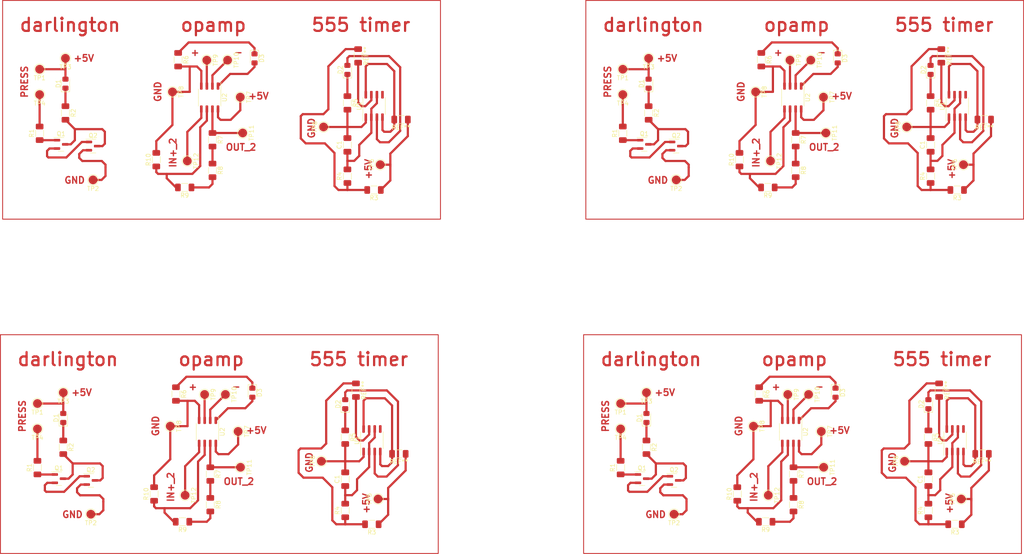
<source format=kicad_pcb>
(kicad_pcb (version 20211014) (generator pcbnew)
  (title_block (title "darlington pair & 555 astable & opamp configurations") (date "2024-04-29") (rev "2") (company "shklj"))
  (layers (0 "F.Cu" signal) (31 "B.Cu" signal) (34 "B.Paste" user) (35 "F.Paste" user) (36 "B.SilkS" user "B.Silkscreen") (37 "F.SilkS" user "F.Silkscreen") (38 "B.Mask" user) (39 "F.Mask" user) (44 "Edge.Cuts" user))
  (net 0 "")
  (net 1 "Net-(C1-Pad1)")
  (net 2 "Net-(C1-Pad2)")
  (net 3 "Net-(D1-Pad1)")
  (net 4 "Net-(D1-Pad2)")
  (net 5 "Net-(D2-Pad1)")
  (net 6 "Net-(D2-Pad2)")
  (net 7 "Net-(D3-Pad1)")
  (net 8 "Net-(D3-Pad2)")
  (net 9 "Net-(Q1-Pad1)")
  (net 10 "Net-(Q1-Pad2)")
  (net 11 "Net-(Q1-Pad3)")
  (net 12 "Net-(Q2-Pad1)")
  (net 13 "Net-(R1-Pad2)")
  (net 14 "Net-(R3-Pad1)")
  (net 15 "Net-(R3-Pad2)")
  (net 16 "Net-(R10-Pad2)")
  (net 17 "Net-(R7-Pad1)")
  (net 18 "Net-(R7-Pad2)")
  (net 19 "Net-(R8-Pad2)")
  (net 20 "Net-(R10-Pad1)")
  (net 21 "Net-(TP7-Pad1)")
  (net 22 "Net-(TP9-Pad1)")
  (net 23 "Net-(TP10-Pad1)")
  (net 24 "Net-(TP12-Pad1)")
  (footprint "TestPoint:TestPoint_Pad_D2.0mm" (layer "F.Cu") (at 108.55 135.575 90)
    (fp_text reference "TP6")
    (fp_text value "TestPoint")
  )
  (footprint "Resistor_SMD:R_1206_3216Metric_Pad1.30x1.75mm_HandSolder" (layer "F.Cu") (at 114.5 70.4 90)
    (fp_text reference "R4")
    (fp_text value "10k")
  )
  (footprint "Resistor_SMD:R_1206_3216Metric_Pad1.30x1.75mm_HandSolder" (layer "F.Cu") (at 216.885 69.075 -90)
    (fp_text reference "R8")
    (fp_text value "10k")
  )
  (footprint "LED_SMD:LED_0805_2012Metric_Pad1.15x1.40mm_HandSolder" (layer "F.Cu") (at 114.5 46.1 90)
    (fp_text reference "D2")
    (fp_text value "LED")
  )
  (footprint "Package_SO:SOP-8_3.9x4.9mm_P1.27mm" (layer "F.Cu") (at 215.735 128.85 -90)
    (fp_text reference "U2")
    (fp_text value "JRC4558D")
  )
  (footprint "TestPoint:TestPoint_Pad_D2.0mm" (layer "F.Cu") (at 222.735 128.75 -90)
    (fp_text reference "TP7")
    (fp_text value "TestPoint")
  )
  (footprint "TestPoint:TestPoint_Pad_D2.0mm" (layer "F.Cu") (at 109.05 59.15 90)
    (fp_text reference "TP6")
    (fp_text value "TestPoint")
  )
  (footprint "TestPoint:TestPoint_Pad_D2.0mm" (layer "F.Cu") (at 87.135 43.875 -90)
    (fp_text reference "TP10")
    (fp_text value "TestPoint")
  )
  (footprint "TestPoint:TestPoint_Pad_D2.0mm" (layer "F.Cu") (at 254.7 144.2 90)
    (fp_text reference "TP5")
    (fp_text value "TestPoint")
  )
  (footprint "Resistor_SMD:R_1206_3216Metric_Pad1.30x1.75mm_HandSolder" (layer "F.Cu") (at 249.65 119.325 -90)
    (fp_text reference "REF**")
    (fp_text value "R_1206_3216Metric_Pad1.30x1.75mm_HandSolder" hide)
  )
  (footprint "Resistor_SMD:R_1206_3216Metric_Pad1.30x1.75mm_HandSolder" (layer "F.Cu") (at 120.575 73.55 180)
    (fp_text reference "R3")
    (fp_text value "10k")
  )
  (footprint "Resistor_SMD:R_1206_3216Metric_Pad1.30x1.75mm_HandSolder" (layer "F.Cu") (at 210.035 149.4 180)
    (fp_text reference "R9")
    (fp_text value "10k")
  )
  (footprint "Package_TO_SOT_SMD:SOT-23" (layer "F.Cu") (at 189.1 139.95)
    (fp_text reference "Q2")
    (fp_text value "2SC1623")
  )
  (footprint "Resistor_SMD:R_1206_3216Metric_Pad1.30x1.75mm_HandSolder" (layer "F.Cu") (at 75.335 120.2 -90)
    (fp_text reference "R6")
    (fp_text value "200")
  )
  (footprint "Resistor_SMD:R_1206_3216Metric_Pad1.30x1.75mm_HandSolder" (layer "F.Cu") (at 216.885 62.075 -90)
    (fp_text reference "R7")
    (fp_text value "10k")
  )
  (footprint "LED_SMD:LED_0805_2012Metric_Pad1.15x1.40mm_HandSolder" (layer "F.Cu") (at 247.2 122.525 90)
    (fp_text reference "D2")
    (fp_text value "LED")
  )
  (footprint "Resistor_SMD:R_1206_3216Metric_Pad1.30x1.75mm_HandSolder" (layer "F.Cu") (at 77.335 72.975 180)
    (fp_text reference "R9")
    (fp_text value "10k")
  )
  (footprint "Resistor_SMD:R_1206_3216Metric_Pad1.30x1.75mm_HandSolder" (layer "F.Cu") (at 70.35 143.05 90)
    (fp_text reference "R10")
    (fp_text value "10k")
  )
  (footprint "Resistor_SMD:R_1206_3216Metric_Pad1.30x1.75mm_HandSolder" (layer "F.Cu") (at 75.835 43.775 -90)
    (fp_text reference "R6")
    (fp_text value "200")
  )
  (footprint "LED_SMD:LED_0805_2012Metric_Pad1.15x1.40mm_HandSolder" (layer "F.Cu") (at 226.485 43.475 -90)
    (fp_text reference "D3")
    (fp_text value "LED")
  )
  (footprint "Resistor_SMD:R_1206_3216Metric_Pad1.30x1.75mm_HandSolder" (layer "F.Cu") (at 216.385 138.5 -90)
    (fp_text reference "R7")
    (fp_text value "10k")
  )
  (footprint "TestPoint:TestPoint_Pad_D2.0mm" (layer "F.Cu") (at 90.035 52.325 -90)
    (fp_text reference "TP7")
    (fp_text value "TestPoint")
  )
  (footprint "TestPoint:TestPoint_Pad_D2.0mm" (layer "F.Cu") (at 223.235 52.325 -90)
    (fp_text reference "TP7")
    (fp_text value "TestPoint")
  )
  (footprint "TestPoint:TestPoint_Pad_D2.0mm" (layer "F.Cu") (at 86.635 120.3 -90)
    (fp_text reference "TP10")
    (fp_text value "TestPoint")
  )
  (footprint "LED_SMD:LED_0805_2012Metric_Pad1.15x1.40mm_HandSolder" (layer "F.Cu") (at 183.3 49.25 90)
    (fp_text reference "D1")
    (fp_text value "LED")
  )
  (footprint "Resistor_SMD:R_1206_3216Metric_Pad1.30x1.75mm_HandSolder" (layer "F.Cu") (at 247.2 146.825 90)
    (fp_text reference "R4")
    (fp_text value "10k")
  )
  (footprint "LED_SMD:LED_0805_2012Metric_Pad1.15x1.40mm_HandSolder" (layer "F.Cu") (at 225.985 119.9 -90)
    (fp_text reference "D3")
    (fp_text value "LED")
  )
  (footprint "TestPoint:TestPoint_Pad_D2.0mm" (layer "F.Cu") (at 242.25 59.15 90)
    (fp_text reference "TP6")
    (fp_text value "TestPoint")
  )
  (footprint "Resistor_SMD:R_1206_3216Metric_Pad1.30x1.75mm_HandSolder" (layer "F.Cu") (at 49.6 132.375 -90)
    (fp_text reference "R2")
    (fp_text value "200")
  )
  (footprint "TestPoint:TestPoint_Pad_D2.0mm" (layer "F.Cu") (at 89.535 128.75 -90)
    (fp_text reference "TP7")
    (fp_text value "TestPoint")
  )
  (footprint "TestPoint:TestPoint_Pad_D2.0mm" (layer "F.Cu") (at 219.835 120.3 -90)
    (fp_text reference "TP10")
    (fp_text value "TestPoint")
  )
  (footprint "TestPoint:TestPoint_Pad_D2.0mm" (layer "F.Cu") (at 90.085 136.95 -90)
    (fp_text reference "TP11")
    (fp_text value "TestPoint")
  )
  (footprint "Resistor_SMD:R_1206_3216Metric_Pad1.30x1.75mm_HandSolder" (layer "F.Cu") (at 259.95 57.45 180)
    (fp_text reference "REF**")
    (fp_text value "R_1206_3216Metric_Pad1.30x1.75mm_HandSolder" hide)
  )
  (footprint "LED_SMD:LED_0805_2012Metric_Pad1.15x1.40mm_HandSolder" (layer "F.Cu") (at 50.1 49.25 90)
    (fp_text reference "D1")
    (fp_text value "LED")
  )
  (footprint "Package_TO_SOT_SMD:SOT-23" (layer "F.Cu") (at 56.4 63.525)
    (fp_text reference "Q2")
    (fp_text value "2SC1623")
  )
  (footprint "LED_SMD:LED_0805_2012Metric_Pad1.15x1.40mm_HandSolder" (layer "F.Cu") (at 93.285 43.475 -90)
    (fp_text reference "D3")
    (fp_text value "LED")
  )
  (footprint "TestPoint:TestPoint_Pad_D2.0mm" (layer "F.Cu") (at 77.435 143.35 -90)
    (fp_text reference "TP12")
    (fp_text value "TestPoint")
  )
  (footprint "TestPoint:TestPoint_Pad_D2.0mm" (layer "F.Cu") (at 56.4 71.25 180)
    (fp_text reference "TP2")
    (fp_text value "TestPoint")
  )
  (footprint "Resistor_SMD:R_1206_3216Metric_Pad1.30x1.75mm_HandSolder" (layer "F.Cu") (at 253.775 73.55 180)
    (fp_text reference "R3")
    (fp_text value "10k")
  )
  (footprint "TestPoint:TestPoint_Pad_D2.0mm" (layer "F.Cu") (at 82.385 43.875 -90)
    (fp_text reference "TP9")
    (fp_text value "TestPoint")
  )
  (footprint "Resistor_SMD:R_1206_3216Metric_Pad1.30x1.75mm_HandSolder" (layer "F.Cu") (at 259.45 133.875 180)
    (fp_text reference "REF**")
    (fp_text value "R_1206_3216Metric_Pad1.30x1.75mm_HandSolder" hide)
  )
  (footprint "Resistor_SMD:R_1206_3216Metric_Pad1.30x1.75mm_HandSolder" (layer "F.Cu") (at 43.7 137.025 90)
    (fp_text reference "R1")
    (fp_text value "10k")
  )
  (footprint "Resistor_SMD:R_1206_3216Metric_Pad1.30x1.75mm_HandSolder" (layer "F.Cu") (at 114 146.825 90)
    (fp_text reference "R4")
    (fp_text value "10k")
  )
  (footprint "Resistor_SMD:R_1206_3216Metric_Pad1.30x1.75mm_HandSolder" (layer "F.Cu") (at 44.2 60.6 90)
    (fp_text reference "R1")
    (fp_text value "10k")
  )
  (footprint "TestPoint:TestPoint_Pad_D2.0mm" (layer "F.Cu") (at 211.135 66.925 -90)
    (fp_text reference "TP12")
    (fp_text value "TestPoint")
  )
  (footprint "TestPoint:TestPoint_Pad_D2.0mm" (layer "F.Cu") (at 241.75 135.575 90)
    (fp_text reference "TP6")
    (fp_text value "TestPoint")
  )
  (footprint "TestPoint:TestPoint_Pad_D2.0mm" (layer "F.Cu") (at 90.585 60.525 -90)
    (fp_text reference "TP11")
    (fp_text value "TestPoint")
  )
  (footprint "Resistor_SMD:R_1206_3216Metric_Pad1.30x1.75mm_HandSolder" (layer "F.Cu") (at 183.3 55.95 -90)
    (fp_text reference "R2")
    (fp_text value "200")
  )
  (footprint "Resistor_SMD:R_1206_3216Metric_Pad1.30x1.75mm_HandSolder" (layer "F.Cu") (at 176.9 137.025 90)
    (fp_text reference "R1")
    (fp_text value "10k")
  )
  (footprint "Resistor_SMD:R_1206_3216Metric_Pad1.30x1.75mm_HandSolder" (layer "F.Cu") (at 177.4 60.6 90)
    (fp_text reference "R1")
    (fp_text value "10k")
  )
  (footprint "Resistor_SMD:R_1206_3216Metric_Pad1.30x1.75mm_HandSolder" (layer "F.Cu") (at 76.835 149.4 180)
    (fp_text reference "R9")
    (fp_text value "10k")
  )
  (footprint "TestPoint:TestPoint_Pad_D2.0mm" (layer "F.Cu") (at 255.2 67.775 90)
    (fp_text reference "TP5")
    (fp_text value "TestPoint")
  )
  (footprint "TestPoint:TestPoint_Pad_D2.0mm" (layer "F.Cu") (at 55.9 147.675 180)
    (fp_text reference "TP2")
    (fp_text value "TestPoint")
  )
  (footprint "Capacitor_SMD:C_1206_3216Metric_Pad1.33x1.80mm_HandSolder" (layer "F.Cu") (at 247.7 63.25 90)
    (fp_text reference "C1")
    (fp_text value "4u7")
  )
  (footprint "Resistor_SMD:R_1206_3216Metric_Pad1.30x1.75mm_HandSolder" (layer "F.Cu") (at 114 130.075 -90)
    (fp_text reference "R5")
    (fp_text value "200")
  )
  (footprint "LED_SMD:LED_0805_2012Metric_Pad1.15x1.40mm_HandSolder" (layer "F.Cu") (at 247.7 46.1 90)
    (fp_text reference "D2")
    (fp_text value "LED")
  )
  (footprint "TestPoint:TestPoint_Pad_D2.0mm" (layer "F.Cu") (at 223.285 136.95 -90)
    (fp_text reference "TP11")
    (fp_text value "TestPoint")
  )
  (footprint "Resistor_SMD:R_1206_3216Metric_Pad1.30x1.75mm_HandSolder" (layer "F.Cu") (at 182.8 132.375 -90)
    (fp_text reference "R2")
    (fp_text value "200")
  )
  (footprint "Resistor_SMD:R_1206_3216Metric_Pad1.30x1.75mm_HandSolder" (layer "F.Cu") (at 83.185 138.5 -90)
    (fp_text reference "R7")
    (fp_text value "10k")
  )
  (footprint "Package_SO:SOP-8_3.9x4.9mm_P1.27mm" (layer "F.Cu") (at 216.235 52.425 -90)
    (fp_text reference "U2")
    (fp_text value "JRC4558D")
  )
  (footprint "Resistor_SMD:R_1206_3216Metric_Pad1.30x1.75mm_HandSolder" (layer "F.Cu") (at 247.7 53.65 -90)
    (fp_text reference "R5")
    (fp_text value "200")
  )
  (footprint "TestPoint:TestPoint_Pad_D2.0mm" (layer "F.Cu") (at 189.1 147.675 180)
    (fp_text reference "TP2")
    (fp_text value "TestPoint")
  )
  (footprint "Resistor_SMD:R_1206_3216Metric_Pad1.30x1.75mm_HandSolder" (layer "F.Cu") (at 126.25 133.875 180)
    (fp_text reference "REF**")
    (fp_text value "R_1206_3216Metric_Pad1.30x1.75mm_HandSolder" hide)
  )
  (footprint "Package_TO_SOT_SMD:SOT-23" (layer "F.Cu") (at 182.3 63.125)
    (fp_text reference "Q1")
    (fp_text value "2SC1623")
  )
  (footprint "Resistor_SMD:R_1206_3216Metric_Pad1.30x1.75mm_HandSolder" (layer "F.Cu") (at 116.45 119.325 -90)
    (fp_text reference "REF**")
    (fp_text value "R_1206_3216Metric_Pad1.30x1.75mm_HandSolder" hide)
  )
  (footprint "Resistor_SMD:R_1206_3216Metric_Pad1.30x1.75mm_HandSolder" (layer "F.Cu") (at 116.95 42.9 -90)
    (fp_text reference "REF**")
    (fp_text value "R_1206_3216Metric_Pad1.30x1.75mm_HandSolder" hide)
  )
  (footprint "TestPoint:TestPoint_Pad_D2.0mm" (layer "F.Cu") (at 220.335 43.875 -90)
    (fp_text reference "TP10")
    (fp_text value "TestPoint")
  )
  (footprint "TestPoint:TestPoint_Pad_D2.0mm" (layer "F.Cu") (at 177.4 51.75 180)
    (fp_text reference "TP4")
    (fp_text value "TestPoint")
  )
  (footprint "Package_TO_SOT_SMD:SOT-23" (layer "F.Cu") (at 49.1 63.125)
    (fp_text reference "Q1")
    (fp_text value "2SC1623")
  )
  (footprint "Package_SO:SO-8_3.9x4.9mm_P1.27mm" (layer "F.Cu") (at 253.8 54.35 90)
    (fp_text reference "U1")
    (fp_text value "SE555DR")
  )
  (footprint "TestPoint:TestPoint_Pad_D2.0mm" (layer "F.Cu") (at 49.6 119.875 180)
    (fp_text reference "TP3")
    (fp_text value "TestPoint")
  )
  (footprint "TestPoint:TestPoint_Pad_D2.0mm" (layer "F.Cu") (at 121.5 144.2 90)
    (fp_text reference "TP5")
    (fp_text value "TestPoint")
  )
  (footprint "Resistor_SMD:R_1206_3216Metric_Pad1.30x1.75mm_HandSolder" (layer "F.Cu") (at 83.685 62.075 -90)
    (fp_text reference "R7")
    (fp_text value "10k")
  )
  (footprint "Resistor_SMD:R_1206_3216Metric_Pad1.30x1.75mm_HandSolder" (layer "F.Cu") (at 208.535 120.2 -90)
    (fp_text reference "R6")
    (fp_text value "200")
  )
  (footprint "Package_TO_SOT_SMD:SOT-23" (layer "F.Cu") (at 189.6 63.525)
    (fp_text reference "Q2")
    (fp_text value "2SC1623")
  )
  (footprint "Capacitor_SMD:C_1206_3216Metric_Pad1.33x1.80mm_HandSolder" (layer "F.Cu") (at 114 139.675 90)
    (fp_text reference "C1")
    (fp_text value "4u7")
  )
  (footprint "Package_SO:SO-8_3.9x4.9mm_P1.27mm" (layer "F.Cu") (at 120.6 54.35 90)
    (fp_text reference "U1")
    (fp_text value "SE555DR")
  )
  (footprint "Package_TO_SOT_SMD:SOT-23" (layer "F.Cu") (at 181.8 139.55)
    (fp_text reference "Q1")
    (fp_text value "2SC1623")
  )
  (footprint "Resistor_SMD:R_1206_3216Metric_Pad1.30x1.75mm_HandSolder" (layer "F.Cu") (at 203.55 143.05 90)
    (fp_text reference "R10")
    (fp_text value "10k")
  )
  (footprint "Resistor_SMD:R_1206_3216Metric_Pad1.30x1.75mm_HandSolder" (layer "F.Cu") (at 250.15 42.9 -90)
    (fp_text reference "REF**")
    (fp_text value "R_1206_3216Metric_Pad1.30x1.75mm_HandSolder" hide)
  )
  (footprint "TestPoint:TestPoint_Pad_D2.0mm" (layer "F.Cu") (at 215.585 43.875 -90)
    (fp_text reference "TP9")
    (fp_text value "TestPoint")
  )
  (footprint "LED_SMD:LED_0805_2012Metric_Pad1.15x1.40mm_HandSolder" (layer "F.Cu") (at 182.8 125.675 90)
    (fp_text reference "D1")
    (fp_text value "LED")
  )
  (footprint "TestPoint:TestPoint_Pad_D2.0mm" (layer "F.Cu") (at 189.6 71.25 180)
    (fp_text reference "TP2")
    (fp_text value "TestPoint")
  )
  (footprint "Capacitor_SMD:C_1206_3216Metric_Pad1.33x1.80mm_HandSolder" (layer "F.Cu") (at 247.2 139.675 90)
    (fp_text reference "C1")
    (fp_text value "4u7")
  )
  (footprint "Resistor_SMD:R_1206_3216Metric_Pad1.30x1.75mm_HandSolder" (layer "F.Cu") (at 126.75 57.45 180)
    (fp_text reference "REF**")
    (fp_text value "R_1206_3216Metric_Pad1.30x1.75mm_HandSolder" hide)
  )
  (footprint "TestPoint:TestPoint_Pad_D2.0mm" (layer "F.Cu") (at 215.085 120.3 -90)
    (fp_text reference "TP9")
    (fp_text value "TestPoint")
  )
  (footprint "TestPoint:TestPoint_Pad_D2.0mm" (layer "F.Cu") (at 43.7 128.175 180)
    (fp_text reference "TP4")
    (fp_text value "TestPoint")
  )
  (footprint "TestPoint:TestPoint_Pad_D2.0mm" (layer "F.Cu") (at 177.4 45.95 180)
    (fp_text reference "TP1")
    (fp_text value "TestPoint")
  )
  (footprint "LED_SMD:LED_0805_2012Metric_Pad1.15x1.40mm_HandSolder" (layer "F.Cu") (at 114 122.525 90)
    (fp_text reference "D2")
    (fp_text value "LED")
  )
  (footprint "TestPoint:TestPoint_Pad_D2.0mm" (layer "F.Cu") (at 44.2 51.75 180)
    (fp_text reference "TP4")
    (fp_text value "TestPoint")
  )
  (footprint "TestPoint:TestPoint_Pad_D2.0mm" (layer "F.Cu") (at 176.9 128.175 180)
    (fp_text reference "TP4")
    (fp_text value "TestPoint")
  )
  (footprint "Resistor_SMD:R_1206_3216Metric_Pad1.30x1.75mm_HandSolder" (layer "F.Cu") (at 216.385 145.5 -90)
    (fp_text reference "R8")
    (fp_text value "10k")
  )
  (footprint "TestPoint:TestPoint_Pad_D2.0mm" (layer "F.Cu") (at 77.935 66.925 -90)
    (fp_text reference "TP12")
    (fp_text value "TestPoint")
  )
  (footprint "Package_SO:SO-8_3.9x4.9mm_P1.27mm" (layer "F.Cu") (at 253.3 130.775 90)
    (fp_text reference "U1")
    (fp_text value "SE555DR")
  )
  (footprint "Package_SO:SOP-8_3.9x4.9mm_P1.27mm" (layer "F.Cu") (at 83.035 52.425 -90)
    (fp_text reference "U2")
    (fp_text value "JRC4558D")
  )
  (footprint "TestPoint:TestPoint_Pad_D2.0mm" (layer "F.Cu") (at 176.9 122.375 180)
    (fp_text reference "TP1")
    (fp_text value "TestPoint")
  )
  (footprint "Package_SO:SOP-8_3.9x4.9mm_P1.27mm" (layer "F.Cu") (at 82.535 128.85 -90)
    (fp_text reference "U2")
    (fp_text value "JRC4558D")
  )
  (footprint "TestPoint:TestPoint_Pad_D2.0mm" (layer "F.Cu") (at 223.785 60.525 -90)
    (fp_text reference "TP11")
    (fp_text value "TestPoint")
  )
  (footprint "TestPoint:TestPoint_Pad_D2.0mm" (layer "F.Cu") (at 207.235 127.55 -90)
    (fp_text reference "TP8")
    (fp_text value "TestPoint")
  )
  (footprint "Resistor_SMD:R_1206_3216Metric_Pad1.30x1.75mm_HandSolder" (layer "F.Cu") (at 70.85 66.625 90)
    (fp_text reference "R10")
    (fp_text value "10k")
  )
  (footprint "TestPoint:TestPoint_Pad_D2.0mm" (layer "F.Cu") (at 44.2 45.95 180)
    (fp_text reference "TP1")
    (fp_text value "TestPoint")
  )
  (footprint "Resistor_SMD:R_1206_3216Metric_Pad1.30x1.75mm_HandSolder" (layer "F.Cu") (at 83.685 69.075 -90)
    (fp_text reference "R8")
    (fp_text value "10k")
  )
  (footprint "Capacitor_SMD:C_1206_3216Metric_Pad1.33x1.80mm_HandSolder" (layer "F.Cu") (at 114.5 63.25 90)
    (fp_text reference "C1")
    (fp_text value "4u7")
  )
  (footprint "TestPoint:TestPoint_Pad_D2.0mm" (layer "F.Cu") (at 182.8 119.875 180)
    (fp_text reference "TP3")
    (fp_text value "TestPoint")
  )
  (footprint "Package_SO:SO-8_3.9x4.9mm_P1.27mm" (layer "F.Cu") (at 120.1 130.775 90)
    (fp_text reference "U1")
    (fp_text value "SE555DR")
  )
  (footprint "Resistor_SMD:R_1206_3216Metric_Pad1.30x1.75mm_HandSolder" (layer "F.Cu") (at 210.535 72.975 180)
    (fp_text reference "R9")
    (fp_text value "10k")
  )
  (footprint "TestPoint:TestPoint_Pad_D2.0mm" (layer "F.Cu") (at 50.1 43.45 180)
    (fp_text reference "TP3")
    (fp_text value "TestPoint")
  )
  (footprint "TestPoint:TestPoint_Pad_D2.0mm" (layer "F.Cu") (at 74.035 127.55 -90)
    (fp_text reference "TP8")
    (fp_text value "TestPoint")
  )
  (footprint "Resistor_SMD:R_1206_3216Metric_Pad1.30x1.75mm_HandSolder" (layer "F.Cu") (at 253.275 149.975 180)
    (fp_text reference "R3")
    (fp_text value "10k")
  )
  (footprint "Resistor_SMD:R_1206_3216Metric_Pad1.30x1.75mm_HandSolder" (layer "F.Cu") (at 247.7 70.4 90)
    (fp_text reference "R4")
    (fp_text value "10k")
  )
  (footprint "LED_SMD:LED_0805_2012Metric_Pad1.15x1.40mm_HandSolder" (layer "F.Cu") (at 92.785 119.9 -90)
    (fp_text reference "D3")
    (fp_text value "LED")
  )
  (footprint "TestPoint:TestPoint_Pad_D2.0mm" (layer "F.Cu") (at 122 67.775 90)
    (fp_text reference "TP5")
    (fp_text value "TestPoint")
  )
  (footprint "TestPoint:TestPoint_Pad_D2.0mm" (layer "F.Cu") (at 210.635 143.35 -90)
    (fp_text reference "TP12")
    (fp_text value "TestPoint")
  )
  (footprint "TestPoint:TestPoint_Pad_D2.0mm" (layer "F.Cu") (at 183.3 43.45 180)
    (fp_text reference "TP3")
    (fp_text value "TestPoint")
  )
  (footprint "Resistor_SMD:R_1206_3216Metric_Pad1.30x1.75mm_HandSolder" (layer "F.Cu") (at 209.035 43.775 -90)
    (fp_text reference "R6")
    (fp_text value "200")
  )
  (footprint "Resistor_SMD:R_1206_3216Metric_Pad1.30x1.75mm_HandSolder" (layer "F.Cu") (at 83.185 145.5 -90)
    (fp_text reference "R8")
    (fp_text value "10k")
  )
  (footprint "Package_TO_SOT_SMD:SOT-23" (layer "F.Cu") (at 55.9 139.95)
    (fp_text reference "Q2")
    (fp_text value "2SC1623")
  )
  (footprint "Resistor_SMD:R_1206_3216Metric_Pad1.30x1.75mm_HandSolder" (layer "F.Cu") (at 114.5 53.65 -90)
    (fp_text reference "R5")
    (fp_text value "200")
  )
  (footprint "Resistor_SMD:R_1206_3216Metric_Pad1.30x1.75mm_HandSolder" (layer "F.Cu") (at 204.05 66.625 90)
    (fp_text reference "R10")
    (fp_text value "10k")
  )
  (footprint "TestPoint:TestPoint_Pad_D2.0mm" (layer "F.Cu") (at 43.7 122.375 180)
    (fp_text reference "TP1")
    (fp_text value "TestPoint")
  )
  (footprint "TestPoint:TestPoint_Pad_D2.0mm" (layer "F.Cu") (at 81.885 120.3 -90)
    (fp_text reference "TP9")
    (fp_text value "TestPoint")
  )
  (footprint "Package_TO_SOT_SMD:SOT-23" (layer "F.Cu") (at 48.6 139.55)
    (fp_text reference "Q1")
    (fp_text value "2SC1623")
  )
  (footprint "TestPoint:TestPoint_Pad_D2.0mm" (layer "F.Cu") (at 207.735 51.125 -90)
    (fp_text reference "TP8")
    (fp_text value "TestPoint")
  )
  (footprint "Resistor_SMD:R_1206_3216Metric_Pad1.30x1.75mm_HandSolder" (layer "F.Cu") (at 120.075 149.975 180)
    (fp_text reference "R3")
    (fp_text value "10k")
  )
  (footprint "Resistor_SMD:R_1206_3216Metric_Pad1.30x1.75mm_HandSolder" (layer "F.Cu") (at 50.1 55.95 -90)
    (fp_text reference "R2")
    (fp_text value "200")
  )
  (footprint "Resistor_SMD:R_1206_3216Metric_Pad1.30x1.75mm_HandSolder" (layer "F.Cu") (at 247.2 130.075 -90)
    (fp_text reference "R5")
    (fp_text value "200")
  )
  (footprint "LED_SMD:LED_0805_2012Metric_Pad1.15x1.40mm_HandSolder" (layer "F.Cu") (at 49.6 125.675 90)
    (fp_text reference "D1")
    (fp_text value "LED")
  )
  (footprint "TestPoint:TestPoint_Pad_D2.0mm" (layer "F.Cu") (at 74.535 51.125 -90)
    (fp_text reference "TP8")
    (fp_text value "TestPoint")
  )
  (gr_rect (start 35.75 30.225) (end 135.75 80.225) (layer "F.Cu") (width 0.2) (fill none))
  (gr_rect (start 35.25 106.65) (end 135.25 156.65) (layer "F.Cu") (width 0.2) (fill none))
  (gr_rect (start 168.45 106.65) (end 268.45 156.65) (layer "F.Cu") (width 0.2) (fill none))
  (gr_rect (start 168.95 30.225) (end 268.95 80.225) (layer "F.Cu") (width 0.2) (fill none))
  (gr_text "GND" (at 52.2 71.325) (layer "F.Cu") (effects (font (size 1.5 1.5) (thickness 0.3))))
  (gr_text "GND" (at 184.9 147.75) (layer "F.Cu") (effects (font (size 1.5 1.5) (thickness 0.3))))
  (gr_text "OUT_2" (at 90.2 63.775) (layer "F.Cu") (effects (font (size 1.5 1.5) (thickness 0.3))))
  (gr_text "GND" (at 105.8 135.85 90) (layer "F.Cu") (effects (font (size 1.5 1.5) (thickness 0.3))))
  (gr_text "+5V" (at 118.8 145.2 90) (layer "F.Cu") (effects (font (size 1.5 1.5) (thickness 0.3))))
  (gr_text "+5V" (at 53.8 119.85) (layer "F.Cu") (effects (font (size 1.5 1.5) (thickness 0.3))))
  (gr_text "555 timer" (at 250.8 35.825) (layer "F.Cu") (effects (font (size 3 3) (thickness 0.5))))
  (gr_text "555 timer" (at 117.1 112.25) (layer "F.Cu") (effects (font (size 3 3) (thickness 0.5))))
  (gr_text "-" (at 89.6 42.075) (layer "F.Cu") (effects (font (size 1.5 1.5) (thickness 0.3))))
  (gr_text "+" (at 212.9 42.125) (layer "F.Cu") (effects (font (size 1.5 1.5) (thickness 0.3))))
  (gr_text "OUT_2" (at 222.9 140.2) (layer "F.Cu") (effects (font (size 1.5 1.5) (thickness 0.3))))
  (gr_text "+5V" (at 227.4 52.075) (layer "F.Cu") (effects (font (size 1.5 1.5) (thickness 0.3))))
  (gr_text "GND" (at 71.2 51.075 90) (layer "F.Cu") (effects (font (size 1.5 1.5) (thickness 0.3))))
  (gr_text "GND" (at 239.5 59.425 90) (layer "F.Cu") (effects (font (size 1.5 1.5) (thickness 0.3))))
  (gr_text "GND" (at 70.7 127.5 90) (layer "F.Cu") (effects (font (size 1.5 1.5) (thickness 0.3))))
  (gr_text "+5V" (at 226.9 128.5) (layer "F.Cu") (effects (font (size 1.5 1.5) (thickness 0.3))))
  (gr_text "OUT_2" (at 223.4 63.775) (layer "F.Cu") (effects (font (size 1.5 1.5) (thickness 0.3))))
  (gr_text "GND" (at 204.4 51.075 90) (layer "F.Cu") (effects (font (size 1.5 1.5) (thickness 0.3))))
  (gr_text "GND" (at 51.7 147.75) (layer "F.Cu") (effects (font (size 1.5 1.5) (thickness 0.3))))
  (gr_text "IN+_2" (at 207.85 65.025 90) (layer "F.Cu") (effects (font (size 1.5 1.5) (thickness 0.3))))
  (gr_text "+5V" (at 119.3 68.775 90) (layer "F.Cu") (effects (font (size 1.5 1.5) (thickness 0.3))))
  (gr_text "+5V" (at 252.5 68.775 90) (layer "F.Cu") (effects (font (size 1.5 1.5) (thickness 0.3))))
  (gr_text "opamp" (at 216.6 112.25) (layer "F.Cu") (effects (font (size 3 3) (thickness 0.5))))
  (gr_text "GND" (at 106.3 59.425 90) (layer "F.Cu") (effects (font (size 1.5 1.5) (thickness 0.3))))
  (gr_text "OUT_2" (at 89.7 140.2) (layer "F.Cu") (effects (font (size 1.5 1.5) (thickness 0.3))))
  (gr_text "+5V" (at 93.7 128.5) (layer "F.Cu") (effects (font (size 1.5 1.5) (thickness 0.3))))
  (gr_text "+5V" (at 94.2 52.075) (layer "F.Cu") (effects (font (size 1.5 1.5) (thickness 0.3))))
  (gr_text "+" (at 79.2 118.55) (layer "F.Cu") (effects (font (size 1.5 1.5) (thickness 0.3))))
  (gr_text "opamp" (at 217.1 35.825) (layer "F.Cu") (effects (font (size 3 3) (thickness 0.5))))
  (gr_text "+5V" (at 54.3 43.425) (layer "F.Cu") (effects (font (size 1.5 1.5) (thickness 0.3))))
  (gr_text "-" (at 222.3 118.5) (layer "F.Cu") (effects (font (size 1.5 1.5) (thickness 0.3))))
  (gr_text "+" (at 79.7 42.125) (layer "F.Cu") (effects (font (size 1.5 1.5) (thickness 0.3))))
  (gr_text "PRESS" (at 40.25 125.25 90) (layer "F.Cu") (effects (font (size 1.5 1.5) (thickness 0.3))))
  (gr_text "555 timer" (at 117.6 35.825) (layer "F.Cu") (effects (font (size 3 3) (thickness 0.5))))
  (gr_text "+5V" (at 187 119.85) (layer "F.Cu") (effects (font (size 1.5 1.5) (thickness 0.3))))
  (gr_text "+5V" (at 187.5 43.425) (layer "F.Cu") (effects (font (size 1.5 1.5) (thickness 0.3))))
  (gr_text "IN+_2" (at 207.35 141.45 90) (layer "F.Cu") (effects (font (size 1.5 1.5) (thickness 0.3))))
  (gr_text "IN+_2" (at 74.15 141.45 90) (layer "F.Cu") (effects (font (size 1.5 1.5) (thickness 0.3))))
  (gr_text "-" (at 222.8 42.075) (layer "F.Cu") (effects (font (size 1.5 1.5) (thickness 0.3))))
  (gr_text "PRESS" (at 173.95 48.825 90) (layer "F.Cu") (effects (font (size 1.5 1.5) (thickness 0.3))))
  (gr_text "PRESS" (at 40.75 48.825 90) (layer "F.Cu") (effects (font (size 1.5 1.5) (thickness 0.3))))
  (gr_text "darlington" (at 50.65 112.25) (layer "F.Cu") (effects (font (size 3 3) (thickness 0.5))))
  (gr_text "GND" (at 185.4 71.325) (layer "F.Cu") (effects (font (size 1.5 1.5) (thickness 0.3))))
  (gr_text "IN+_2" (at 74.65 65.025 90) (layer "F.Cu") (effects (font (size 1.5 1.5) (thickness 0.3))))
  (gr_text "opamp" (at 83.4 112.25) (layer "F.Cu") (effects (font (size 3 3) (thickness 0.5))))
  (gr_text "darlington" (at 183.85 112.25) (layer "F.Cu") (effects (font (size 3 3) (thickness 0.5))))
  (gr_text "+" (at 212.4 118.55) (layer "F.Cu") (effects (font (size 1.5 1.5) (thickness 0.3))))
  (gr_text "-" (at 89.1 118.5) (layer "F.Cu") (effects (font (size 1.5 1.5) (thickness 0.3))))
  (gr_text "555 timer" (at 250.3 112.25) (layer "F.Cu") (effects (font (size 3 3) (thickness 0.5))))
  (gr_text "darlington" (at 184.35 35.825) (layer "F.Cu") (effects (font (size 3 3) (thickness 0.5))))
  (gr_text "PRESS" (at 173.45 125.25 90) (layer "F.Cu") (effects (font (size 1.5 1.5) (thickness 0.3))))
  (gr_text "GND" (at 203.9 127.5 90) (layer "F.Cu") (effects (font (size 1.5 1.5) (thickness 0.3))))
  (gr_text "+5V" (at 252 145.2 90) (layer "F.Cu") (effects (font (size 1.5 1.5) (thickness 0.3))))
  (gr_text "GND" (at 239 135.85 90) (layer "F.Cu") (effects (font (size 1.5 1.5) (thickness 0.3))))
  (gr_text "darlington" (at 51.15 35.825) (layer "F.Cu") (effects (font (size 3 3) (thickness 0.5))))
  (gr_text "opamp" (at 83.9 35.825) (layer "F.Cu") (effects (font (size 3 3) (thickness 0.5))))
  (segment (start 119.965 60.485) (end 117.2 63.25) (width 0.5) (layer "F.Cu") (net 1))
  (segment (start 248.75 143.325) (end 247.2 143.325) (width 0.5) (layer "F.Cu") (net 1))
  (segment (start 252.665 131.41) (end 252.665 133.35) (width 0.5) (layer "F.Cu") (net 1))
  (segment (start 119.965 56.925) (end 119.965 60.485) (width 0.5) (layer "F.Cu") (net 1))
  (segment (start 249.9 139.675) (end 249.9 142.175) (width 0.5) (layer "F.Cu") (net 1))
  (segment (start 119.465 136.91) (end 116.7 139.675) (width 0.5) (layer "F.Cu") (net 1))
  (segment (start 250.4 65.75) (end 249.25 66.9) (width 0.5) (layer "F.Cu") (net 1))
  (segment (start 115.55 143.325) (end 114 143.325) (width 0.5) (layer "F.Cu") (net 1))
  (segment (start 250.4 63.25) (end 250.4 65.75) (width 0.5) (layer "F.Cu") (net 1))
  (segment (start 249.9 142.175) (end 248.75 143.325) (width 0.5) (layer "F.Cu") (net 1))
  (segment (start 254.435 51.775) (end 254.435 53.715) (width 0.5) (layer "F.Cu") (net 1))
  (segment (start 114.5 64.8125) (end 114.5 66.9) (width 0.5) (layer "F.Cu") (net 1))
  (segment (start 247.2 141.2375) (end 247.2 143.325) (width 0.5) (layer "F.Cu") (net 1))
  (segment (start 247.7 66.9) (end 247.7 68.85) (width 0.5) (layer "F.Cu") (net 1))
  (segment (start 116.05 66.9) (end 114.5 66.9) (width 0.5) (layer "F.Cu") (net 1))
  (segment (start 120.735 130.14) (end 119.465 131.41) (width 0.5) (layer "F.Cu") (net 1))
  (segment (start 117.2 65.75) (end 116.05 66.9) (width 0.5) (layer "F.Cu") (net 1))
  (segment (start 121.235 51.775) (end 121.235 53.715) (width 0.5) (layer "F.Cu") (net 1))
  (segment (start 253.935 128.2) (end 253.935 130.14) (width 0.5) (layer "F.Cu") (net 1))
  (segment (start 252.665 136.91) (end 249.9 139.675) (width 0.5) (layer "F.Cu") (net 1))
  (segment (start 120.735 128.2) (end 120.735 130.14) (width 0.5) (layer "F.Cu") (net 1))
  (segment (start 253.165 54.985) (end 253.165 56.925) (width 0.5) (layer "F.Cu") (net 1))
  (segment (start 253.935 130.14) (end 252.665 131.41) (width 0.5) (layer "F.Cu") (net 1))
  (segment (start 117.2 63.25) (end 117.2 65.75) (width 0.5) (layer "F.Cu") (net 1))
  (segment (start 121.235 53.715) (end 119.965 54.985) (width 0.5) (layer "F.Cu") (net 1))
  (segment (start 247.7 64.8125) (end 247.7 66.9) (width 0.5) (layer "F.Cu") (net 1))
  (segment (start 116.7 142.175) (end 115.55 143.325) (width 0.5) (layer "F.Cu") (net 1))
  (segment (start 247.2 143.325) (end 247.2 145.275) (width 0.5) (layer "F.Cu") (net 1))
  (segment (start 114 141.2375) (end 114 143.325) (width 0.5) (layer "F.Cu") (net 1))
  (segment (start 119.465 133.35) (end 119.465 136.91) (width 0.5) (layer "F.Cu") (net 1))
  (segment (start 254.435 53.715) (end 253.165 54.985) (width 0.5) (layer "F.Cu") (net 1))
  (segment (start 249.25 66.9) (end 247.7 66.9) (width 0.5) (layer "F.Cu") (net 1))
  (segment (start 253.165 60.485) (end 250.4 63.25) (width 0.5) (layer "F.Cu") (net 1))
  (segment (start 252.665 133.35) (end 252.665 136.91) (width 0.5) (layer "F.Cu") (net 1))
  (segment (start 116.7 139.675) (end 116.7 142.175) (width 0.5) (layer "F.Cu") (net 1))
  (segment (start 114.5 66.9) (end 114.5 68.85) (width 0.5) (layer "F.Cu") (net 1))
  (segment (start 119.465 131.41) (end 119.465 133.35) (width 0.5) (layer "F.Cu") (net 1))
  (segment (start 253.165 56.925) (end 253.165 60.485) (width 0.5) (layer "F.Cu") (net 1))
  (segment (start 114 143.325) (end 114 145.275) (width 0.5) (layer "F.Cu") (net 1))
  (segment (start 119.965 54.985) (end 119.965 56.925) (width 0.5) (layer "F.Cu") (net 1))
  (segment (start 251.395 134.58) (end 250.4 135.575) (width 0.5) (layer "F.Cu") (net 2))
  (segment (start 251.895 56.925) (end 251.895 58.155) (width 0.5) (layer "F.Cu") (net 2))
  (segment (start 117.7 59.15) (end 114.5 59.15) (width 0.5) (layer "F.Cu") (net 2))
  (segment (start 114 135.575) (end 114 131.625) (width 0.5) (layer "F.Cu") (net 2))
  (segment (start 114.5 61.6875) (end 114.5 59.15) (width 0.5) (layer "F.Cu") (net 2))
  (segment (start 118.695 56.925) (end 118.695 58.155) (width 0.5) (layer "F.Cu") (net 2))
  (segment (start 251.395 133.35) (end 251.395 134.58) (width 0.5) (layer "F.Cu") (net 2))
  (segment (start 247.2 138.1125) (end 247.2 135.575) (width 0.5) (layer "F.Cu") (net 2))
  (segment (start 242.25 59.15) (end 247.7 59.15) (width 0.5) (layer "F.Cu") (net 2))
  (segment (start 118.695 58.155) (end 117.7 59.15) (width 0.5) (layer "F.Cu") (net 2))
  (segment (start 114.5 59.15) (end 114.5 55.2) (width 0.5) (layer "F.Cu") (net 2))
  (segment (start 109.05 59.15) (end 114.5 59.15) (width 0.5) (layer "F.Cu") (net 2))
  (segment (start 250.4 135.575) (end 247.2 135.575) (width 0.5) (layer "F.Cu") (net 2))
  (segment (start 247.7 61.6875) (end 247.7 59.15) (width 0.5) (layer "F.Cu") (net 2))
  (segment (start 117.2 135.575) (end 114 135.575) (width 0.5) (layer "F.Cu") (net 2))
  (segment (start 114 138.1125) (end 114 135.575) (width 0.5) (layer "F.Cu") (net 2))
  (segment (start 241.75 135.575) (end 247.2 135.575) (width 0.5) (layer "F.Cu") (net 2))
  (segment (start 247.7 59.15) (end 247.7 55.2) (width 0.5) (layer "F.Cu") (net 2))
  (segment (start 108.55 135.575) (end 114 135.575) (width 0.5) (layer "F.Cu") (net 2))
  (segment (start 250.9 59.15) (end 247.7 59.15) (width 0.5) (layer "F.Cu") (net 2))
  (segment (start 251.895 58.155) (end 250.9 59.15) (width 0.5) (layer "F.Cu") (net 2))
  (segment (start 118.195 133.35) (end 118.195 134.58) (width 0.5) (layer "F.Cu") (net 2))
  (segment (start 118.195 134.58) (end 117.2 135.575) (width 0.5) (layer "F.Cu") (net 2))
  (segment (start 247.2 135.575) (end 247.2 131.625) (width 0.5) (layer "F.Cu") (net 2))
  (segment (start 49.6 126.7) (end 49.6 130.825) (width 0.5) (layer "F.Cu") (net 3))
  (segment (start 182.8 126.7) (end 182.8 130.825) (width 0.5) (layer "F.Cu") (net 3))
  (segment (start 183.3 50.275) (end 183.3 54.4) (width 0.5) (layer "F.Cu") (net 3))
  (segment (start 50.1 50.275) (end 50.1 54.4) (width 0.5) (layer "F.Cu") (net 3))
  (segment (start 49.6 119.875) (end 49.6 122.375) (width 0.5) (layer "F.Cu") (net 4))
  (segment (start 50.1 45.95) (end 44.2 45.95) (width 0.5) (layer "F.Cu") (net 4))
  (segment (start 182.8 122.375) (end 182.8 124.65) (width 0.5) (layer "F.Cu") (net 4))
  (segment (start 50.1 43.45) (end 50.1 45.95) (width 0.5) (layer "F.Cu") (net 4))
  (segment (start 49.6 122.375) (end 49.6 124.65) (width 0.5) (layer "F.Cu") (net 4))
  (segment (start 183.3 45.95) (end 183.3 48.225) (width 0.5) (layer "F.Cu") (net 4))
  (segment (start 182.8 119.875) (end 182.8 122.375) (width 0.5) (layer "F.Cu") (net 4))
  (segment (start 50.1 45.95) (end 50.1 48.225) (width 0.5) (layer "F.Cu") (net 4))
  (segment (start 182.8 122.375) (end 176.9 122.375) (width 0.5) (layer "F.Cu") (net 4))
  (segment (start 49.6 122.375) (end 43.7 122.375) (width 0.5) (layer "F.Cu") (net 4))
  (segment (start 183.3 45.95) (end 177.4 45.95) (width 0.5) (layer "F.Cu") (net 4))
  (segment (start 183.3 43.45) (end 183.3 45.95) (width 0.5) (layer "F.Cu") (net 4))
  (segment (start 247.2 128.525) (end 247.2 123.55) (width 0.5) (layer "F.Cu") (net 5))
  (segment (start 247.7 52.1) (end 247.7 47.125) (width 0.5) (layer "F.Cu") (net 5))
  (segment (start 114.5 52.1) (end 114.5 47.125) (width 0.5) (layer "F.Cu") (net 5))
  (segment (start 114 128.525) (end 114 123.55) (width 0.5) (layer "F.Cu") (net 5))
  (segment (start 121.95 62.65) (end 121.235 61.935) (width 0.5) (layer "F.Cu") (net 6))
  (segment (start 259.75 60.05) (end 257.15 62.65) (width 0.5) (layer "F.Cu") (net 6))
  (segment (start 257.2 42.95) (end 259.75 45.5) (width 0.5) (layer "F.Cu") (net 6))
  (segment (start 114.95 42.95) (end 124 42.95) (width 0.5) (layer "F.Cu") (net 6))
  (segment (start 247.65 119.375) (end 256.7 119.375) (width 0.5) (layer "F.Cu") (net 6))
  (segment (start 259.75 45.5) (end 259.75 60.05) (width 0.5) (layer "F.Cu") (net 6))
  (segment (start 126.55 45.5) (end 126.55 60.05) (width 0.5) (layer "F.Cu") (net 6))
  (segment (start 254.65 139.075) (end 253.935 138.36) (width 0.5) (layer "F.Cu") (net 6))
  (segment (start 123.45 139.075) (end 121.45 139.075) (width 0.5) (layer "F.Cu") (net 6))
  (segment (start 114 121.5) (end 114 119.825) (width 0.5) (layer "F.Cu") (net 6))
  (segment (start 247.7 43.4) (end 248.15 42.95) (width 0.5) (layer "F.Cu") (net 6))
  (segment (start 257.15 62.65) (end 255.15 62.65) (width 0.5) (layer "F.Cu") (net 6))
  (segment (start 259.25 136.475) (end 256.65 139.075) (width 0.5) (layer "F.Cu") (net 6))
  (segment (start 259.25 121.925) (end 259.25 136.475) (width 0.5) (layer "F.Cu") (net 6))
  (segment (start 114.45 119.375) (end 123.5 119.375) (width 0.5) (layer "F.Cu") (net 6))
  (segment (start 114 119.825) (end 114.45 119.375) (width 0.5) (layer "F.Cu") (net 6))
  (segment (start 256.65 139.075) (end 254.65 139.075) (width 0.5) (layer "F.Cu") (net 6))
  (segment (start 123.95 62.65) (end 121.95 62.65) (width 0.5) (layer "F.Cu") (net 6))
  (segment (start 114.5 45.075) (end 114.5 43.4) (width 0.5) (layer "F.Cu") (net 6))
  (segment (start 126.05 121.925) (end 126.05 136.475) (width 0.5) (layer "F.Cu") (net 6))
  (segment (start 247.2 119.825) (end 247.65 119.375) (width 0.5) (layer "F.Cu") (net 6))
  (segment (start 254.435 61.935) (end 254.435 56.925) (width 0.5) (layer "F.Cu") (net 6))
  (segment (start 248.15 42.95) (end 257.2 42.95) (width 0.5) (layer "F.Cu") (net 6))
  (segment (start 123.5 119.375) (end 126.05 121.925) (width 0.5) (layer "F.Cu") (net 6))
  (segment (start 253.935 138.36) (end 253.935 133.35) (width 0.5) (layer "F.Cu") (net 6))
  (segment (start 247.2 121.5) (end 247.2 119.825) (width 0.5) (layer "F.Cu") (net 6))
  (segment (start 120.735 138.36) (end 120.735 133.35) (width 0.5) (layer "F.Cu") (net 6))
  (segment (start 126.55 60.05) (end 123.95 62.65) (width 0.5) (layer "F.Cu") (net 6))
  (segment (start 255.15 62.65) (end 254.435 61.935) (width 0.5) (layer "F.Cu") (net 6))
  (segment (start 121.45 139.075) (end 120.735 138.36) (width 0.5) (layer "F.Cu") (net 6))
  (segment (start 121.235 61.935) (end 121.235 56.925) (width 0.5) (layer "F.Cu") (net 6))
  (segment (start 256.7 119.375) (end 259.25 121.925) (width 0.5) (layer "F.Cu") (net 6))
  (segment (start 124 42.95) (end 126.55 45.5) (width 0.5) (layer "F.Cu") (net 6))
  (segment (start 114.5 43.4) (end 114.95 42.95) (width 0.5) (layer "F.Cu") (net 6))
  (segment (start 126.05 136.475) (end 123.45 139.075) (width 0.5) (layer "F.Cu") (net 6))
  (segment (start 247.7 45.075) (end 247.7 43.4) (width 0.5) (layer "F.Cu") (net 6))
  (segment (start 225.985 117.55) (end 224.685 116.25) (width 0.5) (layer "F.Cu") (net 7))
  (segment (start 93.285 42.45) (end 93.285 41.125) (width 0.5) (layer "F.Cu") (net 7))
  (segment (start 211.435 39.825) (end 209.035 42.225) (width 0.5) (layer "F.Cu") (net 7))
  (segment (start 91.485 116.25) (end 77.735 116.25) (width 0.5) (layer "F.Cu") (net 7))
  (segment (start 92.785 118.875) (end 92.785 117.55) (width 0.5) (layer "F.Cu") (net 7))
  (segment (start 226.485 42.45) (end 226.485 41.125) (width 0.5) (layer "F.Cu") (net 7))
  (segment (start 225.185 39.825) (end 211.435 39.825) (width 0.5) (layer "F.Cu") (net 7))
  (segment (start 78.235 39.825) (end 75.835 42.225) (width 0.5) (layer "F.Cu") (net 7))
  (segment (start 210.935 116.25) (end 208.535 118.65) (width 0.5) (layer "F.Cu") (net 7))
  (segment (start 92.785 117.55) (end 91.485 116.25) (width 0.5) (layer "F.Cu") (net 7))
  (segment (start 77.735 116.25) (end 75.335 118.65) (width 0.5) (layer "F.Cu") (net 7))
  (segment (start 225.985 118.875) (end 225.985 117.55) (width 0.5) (layer "F.Cu") (net 7))
  (segment (start 226.485 41.125) (end 225.185 39.825) (width 0.5) (layer "F.Cu") (net 7))
  (segment (start 93.285 41.125) (end 91.985 39.825) (width 0.5) (layer "F.Cu") (net 7))
  (segment (start 224.685 116.25) (end 210.935 116.25) (width 0.5) (layer "F.Cu") (net 7))
  (segment (start 91.985 39.825) (end 78.235 39.825) (width 0.5) (layer "F.Cu") (net 7))
  (segment (start 220.415 123.45) (end 224.385 123.45) (width 0.5) (layer "F.Cu") (net 8))
  (segment (start 84.94 49.8) (end 87.715 47.025) (width 0.5) (layer "F.Cu") (net 8))
  (segment (start 218.14 49.8) (end 220.915 47.025) (width 0.5) (layer "F.Cu") (net 8))
  (segment (start 224.885 47.025) (end 226.485 45.425) (width 0.5) (layer "F.Cu") (net 8))
  (segment (start 92.785 121.85) (end 92.785 120.925) (width 0.5) (layer "F.Cu") (net 8))
  (segment (start 91.685 47.025) (end 93.285 45.425) (width 0.5) (layer "F.Cu") (net 8))
  (segment (start 87.215 123.45) (end 91.185 123.45) (width 0.5) (layer "F.Cu") (net 8))
  (segment (start 87.715 47.025) (end 91.685 47.025) (width 0.5) (layer "F.Cu") (net 8))
  (segment (start 217.64 126.225) (end 220.415 123.45) (width 0.5) (layer "F.Cu") (net 8))
  (segment (start 220.915 47.025) (end 224.885 47.025) (width 0.5) (layer "F.Cu") (net 8))
  (segment (start 224.385 123.45) (end 225.985 121.85) (width 0.5) (layer "F.Cu") (net 8))
  (segment (start 225.985 121.85) (end 225.985 120.925) (width 0.5) (layer "F.Cu") (net 8))
  (segment (start 91.185 123.45) (end 92.785 121.85) (width 0.5) (layer "F.Cu") (net 8))
  (segment (start 84.44 126.225) (end 87.215 123.45) (width 0.5) (layer "F.Cu") (net 8))
  (segment (start 226.485 45.425) (end 226.485 44.5) (width 0.5) (layer "F.Cu") (net 8))
  (segment (start 93.285 45.425) (end 93.285 44.5) (width 0.5) (layer "F.Cu") (net 8))
  (segment (start 53.85 62.575) (end 55.4625 62.575) (width 0.5) (layer "F.Cu") (net 9))
  (segment (start 45.95 140.5) (end 45.4 141.05) (width 0.5) (layer "F.Cu") (net 9))
  (segment (start 49.8 142.55) (end 53.35 139) (width 0.5) (layer "F.Cu") (net 9))
  (segment (start 178.6 141.05) (end 178.6 142.25) (width 0.5) (layer "F.Cu") (net 9))
  (segment (start 179.65 64.075) (end 179.1 64.625) (width 0.5) (layer "F.Cu") (net 9))
  (segment (start 181.3625 64.075) (end 179.65 64.075) (width 0.5) (layer "F.Cu") (net 9))
  (segment (start 45.9 65.825) (end 46.2 66.125) (width 0.5) (layer "F.Cu") (net 9))
  (segment (start 53.35 139) (end 54.9625 139) (width 0.5) (layer "F.Cu") (net 9))
  (segment (start 45.7 142.55) (end 49.8 142.55) (width 0.5) (layer "F.Cu") (net 9))
  (segment (start 45.9 64.625) (end 45.9 65.825) (width 0.5) (layer "F.Cu") (net 9))
  (segment (start 183 142.55) (end 186.55 139) (width 0.5) (layer "F.Cu") (net 9))
  (segment (start 45.4 142.25) (end 45.7 142.55) (width 0.5) (layer "F.Cu") (net 9))
  (segment (start 46.45 64.075) (end 45.9 64.625) (width 0.5) (layer "F.Cu") (net 9))
  (segment (start 186.55 139) (end 188.1625 139) (width 0.5) (layer "F.Cu") (net 9))
  (segment (start 187.05 62.575) (end 188.6625 62.575) (width 0.5) (layer "F.Cu") (net 9))
  (segment (start 46.2 66.125) (end 50.3 66.125) (width 0.5) (layer "F.Cu") (net 9))
  (segment (start 50.3 66.125) (end 53.85 62.575) (width 0.5) (layer "F.Cu") (net 9))
  (segment (start 45.4 141.05) (end 45.4 142.25) (width 0.5) (layer "F.Cu") (net 9))
  (segment (start 179.15 140.5) (end 178.6 141.05) (width 0.5) (layer "F.Cu") (net 9))
  (segment (start 179.1 65.825) (end 179.4 66.125) (width 0.5) (layer "F.Cu") (net 9))
  (segment (start 48.1625 64.075) (end 46.45 64.075) (width 0.5) (layer "F.Cu") (net 9))
  (segment (start 179.1 64.625) (end 179.1 65.825) (width 0.5) (layer "F.Cu") (net 9))
  (segment (start 179.4 66.125) (end 183.5 66.125) (width 0.5) (layer "F.Cu") (net 9))
  (segment (start 47.6625 140.5) (end 45.95 140.5) (width 0.5) (layer "F.Cu") (net 9))
  (segment (start 183.5 66.125) (end 187.05 62.575) (width 0.5) (layer "F.Cu") (net 9))
  (segment (start 180.8625 140.5) (end 179.15 140.5) (width 0.5) (layer "F.Cu") (net 9))
  (segment (start 178.9 142.55) (end 183 142.55) (width 0.5) (layer "F.Cu") (net 9))
  (segment (start 178.6 142.25) (end 178.9 142.55) (width 0.5) (layer "F.Cu") (net 9))
  (segment (start 185.45 62.175) (end 185.45 59.65) (width 0.5) (layer "F.Cu") (net 10))
  (segment (start 184.5 63.125) (end 185.45 62.175) (width 0.5) (layer "F.Cu") (net 10))
  (segment (start 191.7 59.65) (end 185.45 59.65) (width 0.5) (layer "F.Cu") (net 10))
  (segment (start 58.6 139.4) (end 58.6 136.675) (width 0.5) (layer "F.Cu") (net 10))
  (segment (start 58.5 59.65) (end 52.25 59.65) (width 0.5) (layer "F.Cu") (net 10))
  (segment (start 191.8 139.4) (end 191.8 136.675) (width 0.5) (layer "F.Cu") (net 10))
  (segment (start 191.2 136.075) (end 184.95 136.075) (width 0.5) (layer "F.Cu") (net 10))
  (segment (start 58 136.075) (end 51.75 136.075) (width 0.5) (layer "F.Cu") (net 10))
  (segment (start 52.25 62.175) (end 52.25 59.65) (width 0.5) (layer "F.Cu") (net 10))
  (segment (start 50.1 57.5) (end 52.25 59.65) (width 0.5) (layer "F.Cu") (net 10))
  (segment (start 192.3 62.975) (end 192.3 60.25) (width 0.5) (layer "F.Cu") (net 10))
  (segment (start 56.8375 139.95) (end 58.05 139.95) (width 0.5) (layer "F.Cu") (net 10))
  (segment (start 183.3 57.5) (end 185.45 59.65) (width 0.5) (layer "F.Cu") (net 10))
  (segment (start 51.3 63.125) (end 52.25 62.175) (width 0.5) (layer "F.Cu") (net 10))
  (segment (start 58.05 139.95) (end 58.6 139.4) (width 0.5) (layer "F.Cu") (net 10))
  (segment (start 184.95 138.6) (end 184.95 136.075) (width 0.5) (layer "F.Cu") (net 10))
  (segment (start 58.6 136.675) (end 58 136.075) (width 0.5) (layer "F.Cu") (net 10))
  (segment (start 191.25 139.95) (end 191.8 139.4) (width 0.5) (layer "F.Cu") (net 10))
  (segment (start 183.2375 63.125) (end 184.5 63.125) (width 0.5) (layer "F.Cu") (net 10))
  (segment (start 191.75 63.525) (end 192.3 62.975) (width 0.5) (layer "F.Cu") (net 10))
  (segment (start 191.8 136.675) (end 191.2 136.075) (width 0.5) (layer "F.Cu") (net 10))
  (segment (start 182.7375 139.55) (end 184 139.55) (width 0.5) (layer "F.Cu") (net 10))
  (segment (start 50.8 139.55) (end 51.75 138.6) (width 0.5) (layer "F.Cu") (net 10))
  (segment (start 190.5375 63.525) (end 191.75 63.525) (width 0.5) (layer "F.Cu") (net 10))
  (segment (start 184 139.55) (end 184.95 138.6) (width 0.5) (layer "F.Cu") (net 10))
  (segment (start 49.5375 139.55) (end 50.8 139.55) (width 0.5) (layer "F.Cu") (net 10))
  (segment (start 50.0375 63.125) (end 51.3 63.125) (width 0.5) (layer "F.Cu") (net 10))
  (segment (start 182.8 133.925) (end 184.95 136.075) (width 0.5) (layer "F.Cu") (net 10))
  (segment (start 190.0375 139.95) (end 191.25 139.95) (width 0.5) (layer "F.Cu") (net 10))
  (segment (start 59.1 60.25) (end 58.5 59.65) (width 0.5) (layer "F.Cu") (net 10))
  (segment (start 49.6 133.925) (end 51.75 136.075) (width 0.5) (layer "F.Cu") (net 10))
  (segment (start 51.75 138.6) (end 51.75 136.075) (width 0.5) (layer "F.Cu") (net 10))
  (segment (start 58.55 63.525) (end 59.1 62.975) (width 0.5) (layer "F.Cu") (net 10))
  (segment (start 59.1 62.975) (end 59.1 60.25) (width 0.5) (layer "F.Cu") (net 10))
  (segment (start 57.3375 63.525) (end 58.55 63.525) (width 0.5) (layer "F.Cu") (net 10))
  (segment (start 192.3 60.25) (end 191.7 59.65) (width 0.5) (layer "F.Cu") (net 10))
  (segment (start 176.925 138.6) (end 176.9 138.575) (width 0.5) (layer "F.Cu") (net 11))
  (segment (start 44.225 62.175) (end 44.2 62.15) (width 0.5) (layer "F.Cu") (net 11))
  (segment (start 48.1625 62.175) (end 44.225 62.175) (width 0.5) (layer "F.Cu") (net 11))
  (segment (start 181.3625 62.175) (end 177.425 62.175) (width 0.5) (layer "F.Cu") (net 11))
  (segment (start 177.425 62.175) (end 177.4 62.15) (width 0.5) (layer "F.Cu") (net 11))
  (segment (start 47.6625 138.6) (end 43.725 138.6) (width 0.5) (layer "F.Cu") (net 11))
  (segment (start 43.725 138.6) (end 43.7 138.575) (width 0.5) (layer "F.Cu") (net 11))
  (segment (start 180.8625 138.6) (end 176.925 138.6) (width 0.5) (layer "F.Cu") (net 11))
  (segment (start 58.75 144.8) (end 58.75 146.775) (width 0.5) (layer "F.Cu") (net 12))
  (segment (start 53.45 143.35) (end 57.9 143.35) (width 0.5) (layer "F.Cu") (net 12))
  (segment (start 191.1 143.35) (end 191.95 144.2) (width 0.5) (layer "F.Cu") (net 12))
  (segment (start 58.4 66.925) (end 59.25 67.775) (width 0.5) (layer "F.Cu") (net 12))
  (segment (start 191.95 144.8) (end 191.95 146.775) (width 0.5) (layer "F.Cu") (net 12))
  (segment (start 59.25 67.775) (end 59.25 68.375) (width 0.5) (layer "F.Cu") (net 12))
  (segment (start 192.45 70.35) (end 191.55 71.25) (width 0.5) (layer "F.Cu") (net 12))
  (segment (start 59.25 68.375) (end 59.25 70.35) (width 0.5) (layer "F.Cu") (net 12))
  (segment (start 57.85 147.675) (end 55.9 147.675) (width 0.5) (layer "F.Cu") (net 12))
  (segment (start 188.6625 64.475) (end 187.3 64.475) (width 0.5) (layer "F.Cu") (net 12))
  (segment (start 53.95 66.925) (end 58.4 66.925) (width 0.5) (layer "F.Cu") (net 12))
  (segment (start 186.8 140.9) (end 185.95 141.75) (width 0.5) (layer "F.Cu") (net 12))
  (segment (start 185.95 142.65) (end 186.65 143.35) (width 0.5) (layer "F.Cu") (net 12))
  (segment (start 186.45 66.225) (end 187.15 66.925) (width 0.5) (layer "F.Cu") (net 12))
  (segment (start 191.05 147.675) (end 189.1 147.675) (width 0.5) (layer "F.Cu") (net 12))
  (segment (start 52.75 142.65) (end 53.45 143.35) (width 0.5) (layer "F.Cu") (net 12))
  (segment (start 191.55 71.25) (end 189.6 71.25) (width 0.5) (layer "F.Cu") (net 12))
  (segment (start 186.65 143.35) (end 191.1 143.35) (width 0.5) (layer "F.Cu") (net 12))
  (segment (start 59.25 70.35) (end 58.35 71.25) (width 0.5) (layer "F.Cu") (net 12))
  (segment (start 58.75 146.775) (end 57.85 147.675) (width 0.5) (layer "F.Cu") (net 12))
  (segment (start 54.1 64.475) (end 53.25 65.325) (width 0.5) (layer "F.Cu") (net 12))
  (segment (start 191.95 144.2) (end 191.95 144.8) (width 0.5) (layer "F.Cu") (net 12))
  (segment (start 191.6 66.925) (end 192.45 67.775) (width 0.5) (layer "F.Cu") (net 12))
  (segment (start 191.95 146.775) (end 191.05 147.675) (width 0.5) (layer "F.Cu") (net 12))
  (segment (start 53.25 66.225) (end 53.95 66.925) (width 0.5) (layer "F.Cu") (net 12))
  (segment (start 55.4625 64.475) (end 54.1 64.475) (width 0.5) (layer "F.Cu") (net 12))
  (segment (start 187.15 66.925) (end 191.6 66.925) (width 0.5) (layer "F.Cu") (net 12))
  (segment (start 188.1625 140.9) (end 186.8 140.9) (width 0.5) (layer "F.Cu") (net 12))
  (segment (start 52.75 141.75) (end 52.75 142.65) (width 0.5) (layer "F.Cu") (net 12))
  (segment (start 58.35 71.25) (end 56.4 71.25) (width 0.5) (layer "F.Cu") (net 12))
  (segment (start 186.45 65.325) (end 186.45 66.225) (width 0.5) (layer "F.Cu") (net 12))
  (segment (start 192.45 68.375) (end 192.45 70.35) (width 0.5) (layer "F.Cu") (net 12))
  (segment (start 192.45 67.775) (end 192.45 68.375) (width 0.5) (layer "F.Cu") (net 12))
  (segment (start 58.75 144.2) (end 58.75 144.8) (width 0.5) (layer "F.Cu") (net 12))
  (segment (start 53.25 65.325) (end 53.25 66.225) (width 0.5) (layer "F.Cu") (net 12))
  (segment (start 187.3 64.475) (end 186.45 65.325) (width 0.5) (layer "F.Cu") (net 12))
  (segment (start 57.9 143.35) (end 58.75 144.2) (width 0.5) (layer "F.Cu") (net 12))
  (segment (start 53.6 140.9) (end 52.75 141.75) (width 0.5) (layer "F.Cu") (net 12))
  (segment (start 54.9625 140.9) (end 53.6 140.9) (width 0.5) (layer "F.Cu") (net 12))
  (segment (start 185.95 141.75) (end 185.95 142.65) (width 0.5) (layer "F.Cu") (net 12))
  (segment (start 176.9 135.475) (end 176.9 128.175) (width 0.5) (layer "F.Cu") (net 13))
  (segment (start 177.4 59.05) (end 177.4 51.75) (width 0.5) (layer "F.Cu") (net 13))
  (segment (start 43.7 135.475) (end 43.7 128.175) (width 0.5) (layer "F.Cu") (net 13))
  (segment (start 44.2 59.05) (end 44.2 51.75) (width 0.5) (layer "F.Cu") (net 13))
  (segment (start 128.3 57.45) (end 128.3 61.25) (width 0.5) (layer "F.Cu") (net 14))
  (segment (start 123.8 147.8) (end 123.8 144.575) (width 0.5) (layer "F.Cu") (net 14))
  (segment (start 125.2 46.4) (end 123.55 44.75) (width 0.5) (layer "F.Cu") (net 14))
  (segment (start 261.5 57.45) (end 261.5 61.25) (width 0.5) (layer "F.Cu") (net 14))
  (segment (start 122.005 136.28) (end 122.4 136.675) (width 0.5) (layer "F.Cu") (net 14))
  (segment (start 261 137.675) (end 257 141.675) (width 0.5) (layer "F.Cu") (net 14))
  (segment (start 122.505 56.925) (end 122.505 59.855) (width 0.5) (layer "F.Cu") (net 14))
  (segment (start 122.4 136.675) (end 123.8 136.675) (width 0.5) (layer "F.Cu") (net 14))
  (segment (start 255.705 59.855) (end 256.1 60.25) (width 0.5) (layer "F.Cu") (net 14))
  (segment (start 254.825 149.975) (end 257 147.8) (width 0.5) (layer "F.Cu") (net 14))
  (segment (start 251.395 121.73) (end 251.395 128.2) (width 0.5) (layer "F.Cu") (net 14))
  (segment (start 254.7 144.2) (end 257 144.2) (width 0.5) (layer "F.Cu") (net 14))
  (segment (start 125.2 57.45) (end 125.2 46.4) (width 0.5) (layer "F.Cu") (net 14))
  (segment (start 257.9 133.875) (end 257.9 122.825) (width 0.5) (layer "F.Cu") (net 14))
  (segment (start 257 144.575) (end 257 144.2) (width 0.5) (layer "F.Cu") (net 14))
  (segment (start 251.95 121.175) (end 251.395 121.73) (width 0.5) (layer "F.Cu") (net 14))
  (segment (start 127.8 133.875) (end 127.8 137.675) (width 0.5) (layer "F.Cu") (net 14))
  (segment (start 257.5 71.375) (end 257.5 68.15) (width 0.5) (layer "F.Cu") (net 14))
  (segment (start 122.125 73.55) (end 124.3 71.375) (width 0.5) (layer "F.Cu") (net 14))
  (segment (start 257 147.8) (end 257 144.575) (width 0.5) (layer "F.Cu") (net 14))
  (segment (start 118.75 121.175) (end 118.195 121.73) (width 0.5) (layer "F.Cu") (net 14))
  (segment (start 252.45 44.75) (end 251.895 45.305) (width 0.5) (layer "F.Cu") (net 14))
  (segment (start 124.7 135.775) (end 124.7 133.875) (width 0.5) (layer "F.Cu") (net 14))
  (segment (start 124.3 60.25) (end 125.2 59.35) (width 0.5) (layer "F.Cu") (net 14))
  (segment (start 122.505 59.855) (end 122.9 60.25) (width 0.5) (layer "F.Cu") (net 14))
  (segment (start 257.5 60.25) (end 258.4 59.35) (width 0.5) (layer "F.Cu") (net 14))
  (segment (start 124.7 122.825) (end 123.05 121.175) (width 0.5) (layer "F.Cu") (net 14))
  (segment (start 124.3 71.375) (end 124.3 68.15) (width 0.5) (layer "F.Cu") (net 14))
  (segment (start 123.8 144.2) (end 123.8 141.675) (width 0.5) (layer "F.Cu") (net 14))
  (segment (start 122.9 60.25) (end 124.3 60.25) (width 0.5) (layer "F.Cu") (net 14))
  (segment (start 127.8 137.675) (end 123.8 141.675) (width 0.5) (layer "F.Cu") (net 14))
  (segment (start 123.8 144.575) (end 123.8 144.2) (width 0.5) (layer "F.Cu") (net 14))
  (segment (start 255.2 67.775) (end 257.5 67.775) (width 0.5) (layer "F.Cu") (net 14))
  (segment (start 123.55 44.75) (end 119.25 44.75) (width 0.5) (layer "F.Cu") (net 14))
  (segment (start 255.205 136.28) (end 255.6 136.675) (width 0.5) (layer "F.Cu") (net 14))
  (segment (start 118.195 121.73) (end 118.195 128.2) (width 0.5) (layer "F.Cu") (net 14))
  (segment (start 124.3 68.15) (end 124.3 67.775) (width 0.5) (layer "F.Cu") (net 14))
  (segment (start 257.9 135.775) (end 257.9 133.875) (width 0.5) (layer "F.Cu") (net 14))
  (segment (start 119.25 44.75) (end 118.695 45.305) (width 0.5) (layer "F.Cu") (net 14))
  (segment (start 257 136.675) (end 257.9 135.775) (width 0.5) (layer "F.Cu") (net 14))
  (segment (start 256.75 44.75) (end 252.45 44.75) (width 0.5) (layer "F.Cu") (net 14))
  (segment (start 261 133.875) (end 261 137.675) (width 0.5) (layer "F.Cu") (net 14))
  (segment (start 128.3 61.25) (end 124.3 65.25) (width 0.5) (layer "F.Cu") (net 14))
  (segment (start 123.8 136.675) (end 124.7 135.775) (width 0.5) (layer "F.Cu") (net 14))
  (segment (start 118.695 45.305) (end 118.695 51.775) (width 0.5) (layer "F.Cu") (net 14))
  (segment (start 258.4 59.35) (end 258.4 57.45) (width 0.5) (layer "F.Cu") (net 14))
  (segment (start 122.005 133.35) (end 122.005 136.28) (width 0.5) (layer "F.Cu") (net 14))
  (segment (start 258.4 57.45) (end 258.4 46.4) (width 0.5) (layer "F.Cu") (net 14))
  (segment (start 255.325 73.55) (end 257.5 71.375) (width 0.5) (layer "F.Cu") (net 14))
  (segment (start 261.5 61.25) (end 257.5 65.25) (width 0.5) (layer "F.Cu") (net 14))
  (segment (start 123.05 121.175) (end 118.75 121.175) (width 0.5) (layer "F.Cu") (net 14))
  (segment (start 257.5 67.775) (end 257.5 65.25) (width 0.5) (layer "F.Cu") (net 14))
  (segment (start 255.205 133.35) (end 255.205 136.28) (width 0.5) (layer "F.Cu") (net 14))
  (segment (start 251.895 45.305) (end 251.895 51.775) (width 0.5) (layer "F.Cu") (net 14))
  (segment (start 257.5 68.15) (end 257.5 67.775) (width 0.5) (layer "F.Cu") (net 14))
  (segment (start 257.9 122.825) (end 256.25 121.175) (width 0.5) (layer "F.Cu") (net 14))
  (segment (start 256.25 121.175) (end 251.95 121.175) (width 0.5) (layer "F.Cu") (net 14))
  (segment (start 257 144.2) (end 257 141.675) (width 0.5) (layer "F.Cu") (net 14))
  (segment (start 255.705 56.925) (end 255.705 59.855) (width 0.5) (layer "F.Cu") (net 14))
  (segment (start 258.4 46.4) (end 256.75 44.75) (width 0.5) (layer "F.Cu") (net 14))
  (segment (start 121.625 149.975) (end 123.8 147.8) (width 0.5) (layer "F.Cu") (net 14))
  (segment (start 124.7 133.875) (end 124.7 122.825) (width 0.5) (layer "F.Cu") (net 14))
  (segment (start 121.5 144.2) (end 123.8 144.2) (width 0.5) (layer "F.Cu") (net 14))
  (segment (start 256.1 60.25) (end 257.5 60.25) (width 0.5) (layer "F.Cu") (net 14))
  (segment (start 122 67.775) (end 124.3 67.775) (width 0.5) (layer "F.Cu") (net 14))
  (segment (start 125.2 59.35) (end 125.2 57.45) (width 0.5) (layer "F.Cu") (net 14))
  (segment (start 124.3 67.775) (end 124.3 65.25) (width 0.5) (layer "F.Cu") (net 14))
  (segment (start 255.6 136.675) (end 257 136.675) (width 0.5) (layer "F.Cu") (net 14))
  (segment (start 237.05 56.675) (end 237.5 56.225) (width 0.5) (layer "F.Cu") (net 15))
  (segment (start 112.45 73.55) (end 111.55 72.65) (width 0.5) (layer "F.Cu") (net 15))
  (segment (start 119.965 51.775) (end 119.965 53.035) (width 0.5) (layer "F.Cu") (net 15))
  (segment (start 116.45 120.875) (end 116.45 129.975) (width 0.5) (layer "F.Cu") (net 15))
  (segment (start 111.95 149.975) (end 111.05 149.075) (width 0.5) (layer "F.Cu") (net 15))
  (segment (start 114.5 73.55) (end 119.025 73.55) (width 0.5) (layer "F.Cu") (net 15))
  (segment (start 244.75 65.1) (end 242.55 62.9) (width 0.5) (layer "F.Cu") (net 15))
  (segment (start 246.8 117.775) (end 249.65 117.775) (width 0.5) (layer "F.Cu") (net 15))
  (segment (start 243.35 55.1) (end 243.35 45.3) (width 0.5) (layer "F.Cu") (net 15))
  (segment (start 252.665 128.2) (end 252.665 129.46) (width 0.5) (layer "F.Cu") (net 15))
  (segment (start 245.15 149.975) (end 244.25 149.075) (width 0.5) (layer "F.Cu") (net 15))
  (segment (start 104.475 139.325) (end 103.35 138.2) (width 0.5) (layer "F.Cu") (net 15))
  (segment (start 242.55 62.9) (end 238.175 62.9) (width 0.5) (layer "F.Cu") (net 15))
  (segment (start 253.165 53.035) (end 251.8 54.4) (width 0.5) (layer "F.Cu") (net 15))
  (segment (start 111.55 65.1) (end 109.35 62.9) (width 0.5) (layer "F.Cu") (net 15))
  (segment (start 116.95 44.45) (end 116.95 53.55) (width 0.5) (layer "F.Cu") (net 15))
  (segment (start 110.15 45.3) (end 114.1 41.35) (width 0.5) (layer "F.Cu") (net 15))
  (segment (start 109.65 121.725) (end 113.6 117.775) (width 0.5) (layer "F.Cu") (net 15))
  (segment (start 109.025 56.225) (end 110.15 55.1) (width 0.5) (layer "F.Cu") (net 15))
  (segment (start 250.15 44.45) (end 250.15 53.55) (width 0.5) (layer "F.Cu") (net 15))
  (segment (start 108.85 139.325) (end 104.475 139.325) (width 0.5) (layer "F.Cu") (net 15))
  (segment (start 249.65 129.975) (end 250.5 130.825) (width 0.5) (layer "F.Cu") (net 15))
  (segment (start 237.675 139.325) (end 236.55 138.2) (width 0.5) (layer "F.Cu") (net 15))
  (segment (start 119.965 53.035) (end 118.6 54.4) (width 0.5) (layer "F.Cu") (net 15))
  (segment (start 237.05 61.775) (end 237.05 56.675) (width 0.5) (layer "F.Cu") (net 15))
  (segment (start 249.65 120.875) (end 249.65 129.975) (width 0.5) (layer "F.Cu") (net 15))
  (segment (start 114 149.975) (end 118.525 149.975) (width 0.5) (layer "F.Cu") (net 15))
  (segment (start 119.465 128.2) (end 119.465 129.46) (width 0.5) (layer "F.Cu") (net 15))
  (segment (start 114.1 41.35) (end 116.95 41.35) (width 0.5) (layer "F.Cu") (net 15))
  (segment (start 103.85 61.775) (end 103.85 56.675) (width 0.5) (layer "F.Cu") (net 15))
  (segment (start 252.665 129.46) (end 251.3 130.825) (width 0.5) (layer "F.Cu") (net 15))
  (segment (start 251 54.4) (end 251.8 54.4) (width 0.5) (layer "F.Cu") (net 15))
  (segment (start 247.2 148.375) (end 247.2 149.975) (width 0.5) (layer "F.Cu") (net 15))
  (segment (start 250.5 130.825) (end 251.3 130.825) (width 0.5) (layer "F.Cu") (net 15))
  (segment (start 238.175 62.9) (end 237.05 61.775) (width 0.5) (layer "F.Cu") (net 15))
  (segment (start 116.95 53.55) (end 117.8 54.4) (width 0.5) (layer "F.Cu") (net 15))
  (segment (start 247.3 41.35) (end 250.15 41.35) (width 0.5) (layer "F.Cu") (net 15))
  (segment (start 244.25 141.525) (end 242.05 139.325) (width 0.5) (layer "F.Cu") (net 15))
  (segment (start 113.6 117.775) (end 116.45 117.775) (width 0.5) (layer "F.Cu") (net 15))
  (segment (start 103.35 138.2) (end 103.35 133.1) (width 0.5) (layer "F.Cu") (net 15))
  (segment (start 243.35 45.3) (end 247.3 41.35) (width 0.5) (layer "F.Cu") (net 15))
  (segment (start 114.5 71.95) (end 114.5 73.55) (width 0.5) (layer "F.Cu") (net 15))
  (segment (start 108.525 132.65) (end 109.65 131.525) (width 0.5) (layer "F.Cu") (net 15))
  (segment (start 247.7 71.95) (end 247.7 73.55) (width 0.5) (layer "F.Cu") (net 15))
  (segment (start 247.7 73.55) (end 252.225 73.55) (width 0.5) (layer "F.Cu") (net 15))
  (segment (start 236.55 133.1) (end 237 132.65) (width 0.5) (layer "F.Cu") (net 15))
  (segment (start 104.3 56.225) (end 109.025 56.225) (width 0.5) (layer "F.Cu") (net 15))
  (segment (start 247.7 73.55) (end 245.65 73.55) (width 0.5) (layer "F.Cu") (net 15))
  (segment (start 104.975 62.9) (end 103.85 61.775) (width 0.5) (layer "F.Cu") (net 15))
  (segment (start 242.225 56.225) (end 243.35 55.1) (width 0.5) (layer "F.Cu") (net 15))
  (segment (start 103.8 132.65) (end 108.525 132.65) (width 0.5) (layer "F.Cu") (net 15))
  (segment (start 114 149.975) (end 111.95 149.975) (width 0.5) (layer "F.Cu") (net 15))
  (segment (start 109.35 62.9) (end 104.975 62.9) (width 0.5) (layer "F.Cu") (net 15))
  (segment (start 247.2 149.975) (end 245.15 149.975) (width 0.5) (layer "F.Cu") (net 15))
  (segment (start 247.2 149.975) (end 251.725 149.975) (width 0.5) (layer "F.Cu") (net 15))
  (segment (start 237 132.65) (end 241.725 132.65) (width 0.5) (layer "F.Cu") (net 15))
  (segment (start 116.45 129.975) (end 117.3 130.825) (width 0.5) (layer "F.Cu") (net 15))
  (segment (start 245.65 73.55) (end 244.75 72.65) (width 0.5) (layer "F.Cu") (net 15))
  (segment (start 117.3 130.825) (end 118.1 130.825) (width 0.5) (layer "F.Cu") (net 15))
  (segment (start 111.05 149.075) (end 111.05 141.525) (width 0.5) (layer "F.Cu") (net 15))
  (segment (start 236.55 138.2) (end 236.55 133.1) (width 0.5) (layer "F.Cu") (net 15))
  (segment (start 242.85 131.525) (end 242.85 121.725) (width 0.5) (layer "F.Cu") (net 15))
  (segment (start 242.05 139.325) (end 237.675 139.325) (width 0.5) (layer "F.Cu") (net 15))
  (segment (start 244.75 72.65) (end 244.75 65.1) (width 0.5) (layer "F.Cu") (net 15))
  (segment (start 244.25 149.075) (end 244.25 141.525) (width 0.5) (layer "F.Cu") (net 15))
  (segment (start 103.85 56.675) (end 104.3 56.225) (width 0.5) (layer "F.Cu") (net 15))
  (segment (start 111.05 141.525) (end 108.85 139.325) (width 0.5) (layer "F.Cu") (net 15))
  (segment (start 114 148.375) (end 114 149.975) (width 0.5) (layer "F.Cu") (net 15))
  (segment (start 117.8 54.4) (end 118.6 54.4) (width 0.5) (layer "F.Cu") (net 15))
  (segment (start 114.5 73.55) (end 112.45 73.55) (width 0.5) (layer "F.Cu") (net 15))
  (segment (start 237.5 56.225) (end 242.225 56.225) (width 0.5) (layer "F.Cu") (net 15))
  (segment (start 253.165 51.775) (end 253.165 53.035) (width 0.5) (layer "F.Cu") (net 15))
  (segment (start 109.65 131.525) (end 109.65 121.725) (width 0.5) (layer "F.Cu") (net 15))
  (segment (start 103.35 133.1) (end 103.8 132.65) (width 0.5) (layer "F.Cu") (net 15))
  (segment (start 241.725 132.65) (end 242.85 131.525) (width 0.5) (layer "F.Cu") (net 15))
  (segment (start 250.15 53.55) (end 251 54.4) (width 0.5) (layer "F.Cu") (net 15))
  (segment (start 119.465 129.46) (end 118.1 130.825) (width 0.5) (layer "F.Cu") (net 15))
  (segment (start 242.85 121.725) (end 246.8 117.775) (width 0.5) (layer "F.Cu") (net 15))
  (segment (start 111.55 72.65) (end 111.55 65.1) (width 0.5) (layer "F.Cu") (net 15))
  (segment (start 110.15 55.1) (end 110.15 45.3) (width 0.5) (layer "F.Cu") (net 15))
  (segment (start 70.35 138.8) (end 74.035 135.115) (width 0.5) (layer "F.Cu") (net 16))
  (segment (start 214.33 46.32) (end 214.33 49.8) (width 0.5) (layer "F.Cu") (net 16))
  (segment (start 207.235 127.55) (end 211.185 127.55) (width 0.5) (layer "F.Cu") (net 16))
  (segment (start 75.835 45.325) (end 78.485 45.325) (width 0.5) (layer "F.Cu") (net 16))
  (segment (start 77.985 127.55) (end 77.985 121.75) (width 0.5) (layer "F.Cu") (net 16))
  (segment (start 70.35 141.5) (end 70.35 138.8) (width 0.5) (layer "F.Cu") (net 16))
  (segment (start 207.735 51.125) (end 211.685 51.125) (width 0.5) (layer "F.Cu") (net 16))
  (segment (start 211.185 121.75) (end 212.835 121.75) (width 0.5) (layer "F.Cu") (net 16))
  (segment (start 70.85 62.375) (end 74.535 58.69) (width 0.5) (layer "F.Cu") (net 16))
  (segment (start 80.63 122.745) (end 80.63 126.225) (width 0.5) (layer "F.Cu") (net 16))
  (segment (start 74.535 51.125) (end 78.485 51.125) (width 0.5) (layer "F.Cu") (net 16))
  (segment (start 79.635 121.75) (end 80.63 122.745) (width 0.5) (layer "F.Cu") (net 16))
  (segment (start 204.05 62.375) (end 207.735 58.69) (width 0.5) (layer "F.Cu") (net 16))
  (segment (start 70.85 65.075) (end 70.85 62.375) (width 0.5) (layer "F.Cu") (net 16))
  (segment (start 81.13 46.32) (end 81.13 49.8) (width 0.5) (layer "F.Cu") (net 16))
  (segment (start 74.035 127.55) (end 77.985 127.55) (width 0.5) (layer "F.Cu") (net 16))
  (segment (start 77.985 121.75) (end 79.635 121.75) (width 0.5) (layer "F.Cu") (net 16))
  (segment (start 207.735 58.69) (end 207.735 51.125) (width 0.5) (layer "F.Cu") (net 16))
  (segment (start 203.55 138.8) (end 207.235 135.115) (width 0.5) (layer "F.Cu") (net 16))
  (segment (start 78.485 51.125) (end 78.485 45.325) (width 0.5) (layer "F.Cu") (net 16))
  (segment (start 75.335 121.75) (end 77.985 121.75) (width 0.5) (layer "F.Cu") (net 16))
  (segment (start 203.55 141.5) (end 203.55 138.8) (width 0.5) (layer "F.Cu") (net 16))
  (segment (start 213.335 45.325) (end 214.33 46.32) (width 0.5) (layer "F.Cu") (net 16))
  (segment (start 207.235 135.115) (end 207.235 127.55) (width 0.5) (layer "F.Cu") (net 16))
  (segment (start 204.05 65.075) (end 204.05 62.375) (width 0.5) (layer "F.Cu") (net 16))
  (segment (start 211.685 51.125) (end 211.685 45.325) (width 0.5) (layer "F.Cu") (net 16))
  (segment (start 74.035 135.115) (end 74.035 127.55) (width 0.5) (layer "F.Cu") (net 16))
  (segment (start 211.185 127.55) (end 211.185 121.75) (width 0.5) (layer "F.Cu") (net 16))
  (segment (start 78.485 45.325) (end 80.135 45.325) (width 0.5) (layer "F.Cu") (net 16))
  (segment (start 211.685 45.325) (end 213.335 45.325) (width 0.5) (layer "F.Cu") (net 16))
  (segment (start 213.83 122.745) (end 213.83 126.225) (width 0.5) (layer "F.Cu") (net 16))
  (segment (start 208.535 121.75) (end 211.185 121.75) (width 0.5) (layer "F.Cu") (net 16))
  (segment (start 209.035 45.325) (end 211.685 45.325) (width 0.5) (layer "F.Cu") (net 16))
  (segment (start 74.535 58.69) (end 74.535 51.125) (width 0.5) (layer "F.Cu") (net 16))
  (segment (start 212.835 121.75) (end 213.83 122.745) (width 0.5) (layer "F.Cu") (net 16))
  (segment (start 80.135 45.325) (end 81.13 46.32) (width 0.5) (layer "F.Cu") (net 16))
  (segment (start 216.87 55.05) (end 216.87 60.51) (width 0.5) (layer "F.Cu") (net 17))
  (segment (start 216.87 60.51) (end 216.885 60.525) (width 0.5) (layer "F.Cu") (net 17))
  (segment (start 83.67 55.05) (end 83.67 60.51) (width 0.5) (layer "F.Cu") (net 17))
  (segment (start 216.885 60.525) (end 223.785 60.525) (width 0.5) (layer "F.Cu") (net 17))
  (segment (start 216.385 136.95) (end 223.285 136.95) (width 0.5) (layer "F.Cu") (net 17))
  (segment (start 83.17 131.475) (end 83.17 136.935) (width 0.5) (layer "F.Cu") (net 17))
  (segment (start 83.17 136.935) (end 83.185 136.95) (width 0.5) (layer "F.Cu") (net 17))
  (segment (start 83.685 60.525) (end 90.585 60.525) (width 0.5) (layer "F.Cu") (net 17))
  (segment (start 216.37 136.935) (end 216.385 136.95) (width 0.5) (layer "F.Cu") (net 17))
  (segment (start 216.37 131.475) (end 216.37 136.935) (width 0.5) (layer "F.Cu") (net 17))
  (segment (start 83.67 60.51) (end 83.685 60.525) (width 0.5) (layer "F.Cu") (net 17))
  (segment (start 83.185 136.95) (end 90.085 136.95) (width 0.5) (layer "F.Cu") (net 17))
  (segment (start 216.385 140.05) (end 216.385 143.95) (width 0.5) (layer "F.Cu") (net 18))
  (segment (start 83.185 140.05) (end 83.185 143.95) (width 0.5) (layer "F.Cu") (net 18))
  (segment (start 216.885 63.625) (end 216.885 67.525) (width 0.5) (layer "F.Cu") (net 18))
  (segment (start 83.685 63.625) (end 83.685 67.525) (width 0.5) (layer "F.Cu") (net 18))
  (segment (start 216.085 72.975) (end 212.085 72.975) (width 0.5) (layer "F.Cu") (net 19))
  (segment (start 83.185 148.6) (end 82.385 149.4) (width 0.5) (layer "F.Cu") (net 19))
  (segment (start 82.385 149.4) (end 78.385 149.4) (width 0.5) (layer "F.Cu") (net 19))
  (segment (start 216.885 72.175) (end 216.085 72.975) (width 0.5) (layer "F.Cu") (net 19))
  (segment (start 216.885 70.625) (end 216.885 72.175) (width 0.5) (layer "F.Cu") (net 19))
  (segment (start 216.385 148.6) (end 215.585 149.4) (width 0.5) (layer "F.Cu") (net 19))
  (segment (start 82.885 72.975) (end 78.885 72.975) (width 0.5) (layer "F.Cu") (net 19))
  (segment (start 83.685 72.175) (end 82.885 72.975) (width 0.5) (layer "F.Cu") (net 19))
  (segment (start 83.185 147.05) (end 83.185 148.6) (width 0.5) (layer "F.Cu") (net 19))
  (segment (start 215.585 149.4) (end 211.585 149.4) (width 0.5) (layer "F.Cu") (net 19))
  (segment (start 83.685 70.625) (end 83.685 72.175) (width 0.5) (layer "F.Cu") (net 19))
  (segment (start 216.385 147.05) (end 216.385 148.6) (width 0.5) (layer "F.Cu") (net 19))
  (segment (start 73.235 69.875) (end 71.25 69.875) (width 0.5) (layer "F.Cu") (net 20))
  (segment (start 70.35 145.9) (end 70.35 144.6) (width 0.5) (layer "F.Cu") (net 20))
  (segment (start 203.55 145.9) (end 203.55 144.6) (width 0.5) (layer "F.Cu") (net 20))
  (segment (start 72.735 146.3) (end 70.75 146.3) (width 0.5) (layer "F.Cu") (net 20))
  (segment (start 208.535 72.975) (end 206.435 70.875) (width 0.5) (layer "F.Cu") (net 20))
  (segment (start 80.385 144.5) (end 78.585 146.3) (width 0.5) (layer "F.Cu") (net 20))
  (segment (start 204.45 69.875) (end 204.05 69.475) (width 0.5) (layer "F.Cu") (net 20))
  (segment (start 215.1 134.135) (end 213.585 135.65) (width 0.5) (layer "F.Cu") (net 20))
  (segment (start 81.9 134.135) (end 80.385 135.65) (width 0.5) (layer "F.Cu") (net 20))
  (segment (start 206.435 69.875) (end 204.45 69.875) (width 0.5) (layer "F.Cu") (net 20))
  (segment (start 80.385 135.65) (end 80.385 144.5) (width 0.5) (layer "F.Cu") (net 20))
  (segment (start 80.885 68.075) (end 79.085 69.875) (width 0.5) (layer "F.Cu") (net 20))
  (segment (start 205.935 146.3) (end 203.95 146.3) (width 0.5) (layer "F.Cu") (net 20))
  (segment (start 75.285 149.4) (end 74.835 149.4) (width 0.5) (layer "F.Cu") (net 20))
  (segment (start 205.935 147.3) (end 205.935 146.3) (width 0.5) (layer "F.Cu") (net 20))
  (segment (start 74.835 149.4) (end 72.735 147.3) (width 0.5) (layer "F.Cu") (net 20))
  (segment (start 70.75 146.3) (end 70.35 145.9) (width 0.5) (layer "F.Cu") (net 20))
  (segment (start 72.735 147.3) (end 72.735 146.3) (width 0.5) (layer "F.Cu") (net 20))
  (segment (start 203.95 146.3) (end 203.55 145.9) (width 0.5) (layer "F.Cu") (net 20))
  (segment (start 214.085 68.075) (end 212.285 69.875) (width 0.5) (layer "F.Cu") (net 20))
  (segment (start 208.035 149.4) (end 205.935 147.3) (width 0.5) (layer "F.Cu") (net 20))
  (segment (start 212.285 69.875) (end 206.435 69.875) (width 0.5) (layer "F.Cu") (net 20))
  (segment (start 204.05 69.475) (end 204.05 68.175) (width 0.5) (layer "F.Cu") (net 20))
  (segment (start 81.9 131.475) (end 81.9 134.135) (width 0.5) (layer "F.Cu") (net 20))
  (segment (start 70.85 69.475) (end 70.85 68.175) (width 0.5) (layer "F.Cu") (net 20))
  (segment (start 73.235 70.875) (end 73.235 69.875) (width 0.5) (layer "F.Cu") (net 20))
  (segment (start 213.585 144.5) (end 211.785 146.3) (width 0.5) (layer "F.Cu") (net 20))
  (segment (start 79.085 69.875) (end 73.235 69.875) (width 0.5) (layer "F.Cu") (net 20))
  (segment (start 75.785 72.975) (end 75.335 72.975) (width 0.5) (layer "F.Cu") (net 20))
  (segment (start 206.435 70.875) (end 206.435 69.875) (width 0.5) (layer "F.Cu") (net 20))
  (segment (start 215.6 57.71) (end 214.085 59.225) (width 0.5) (layer "F.Cu") (net 20))
  (segment (start 213.585 135.65) (end 213.585 144.5) (width 0.5) (layer "F.Cu") (net 20))
  (segment (start 211.785 146.3) (end 205.935 146.3) (width 0.5) (layer "F.Cu") (net 20))
  (segment (start 82.4 55.05) (end 82.4 57.71) (width 0.5) (layer "F.Cu") (net 20))
  (segment (start 215.6 55.05) (end 215.6 57.71) (width 0.5) (layer "F.Cu") (net 20))
  (segment (start 208.485 149.4) (end 208.035 149.4) (width 0.5) (layer "F.Cu") (net 20))
  (segment (start 82.4 57.71) (end 80.885 59.225) (width 0.5) (layer "F.Cu") (net 20))
  (segment (start 75.335 72.975) (end 73.235 70.875) (width 0.5) (layer "F.Cu") (net 20))
  (segment (start 80.885 59.225) (end 80.885 68.075) (width 0.5) (layer "F.Cu") (net 20))
  (segment (start 214.085 59.225) (end 214.085 68.075) (width 0.5) (layer "F.Cu") (net 20))
  (segment (start 208.985 72.975) (end 208.535 72.975) (width 0.5) (layer "F.Cu") (net 20))
  (segment (start 215.1 131.475) (end 215.1 134.135) (width 0.5) (layer "F.Cu") (net 20))
  (segment (start 71.25 69.875) (end 70.85 69.475) (width 0.5) (layer "F.Cu") (net 20))
  (segment (start 78.585 146.3) (end 72.735 146.3) (width 0.5) (layer "F.Cu") (net 20))
  (segment (start 217.64 133.355) (end 217.64 131.475) (width 0.5) (layer "F.Cu") (net 21))
  (segment (start 218.14 56.93) (end 218.14 55.05) (width 0.5) (layer "F.Cu") (net 21))
  (segment (start 221.035 57.525) (end 218.735 57.525) (width 0.5) (layer "F.Cu") (net 21))
  (segment (start 85.035 133.95) (end 84.44 133.355) (width 0.5) (layer "F.Cu") (net 21))
  (segment (start 218.735 57.525) (end 218.14 56.93) (width 0.5) (layer "F.Cu") (net 21))
  (segment (start 89.535 128.75) (end 89.535 131.75) (width 0.5) (layer "F.Cu") (net 21))
  (segment (start 222.735 131.75) (end 220.535 133.95) (width 0.5) (layer "F.Cu") (net 21))
  (segment (start 90.035 52.325) (end 90.035 55.325) (width 0.5) (layer "F.Cu") (net 21))
  (segment (start 84.44 133.355) (end 84.44 131.475) (width 0.5) (layer "F.Cu") (net 21))
  (segment (start 85.535 57.525) (end 84.94 56.93) (width 0.5) (layer "F.Cu") (net 21))
  (segment (start 222.735 128.75) (end 222.735 131.75) (width 0.5) (layer "F.Cu") (net 21))
  (segment (start 223.235 52.325) (end 223.235 55.325) (width 0.5) (layer "F.Cu") (net 21))
  (segment (start 220.535 133.95) (end 218.235 133.95) (width 0.5) (layer "F.Cu") (net 21))
  (segment (start 90.035 55.325) (end 87.835 57.525) (width 0.5) (layer "F.Cu") (net 21))
  (segment (start 89.535 131.75) (end 87.335 133.95) (width 0.5) (layer "F.Cu") (net 21))
  (segment (start 218.235 133.95) (end 217.64 133.355) (width 0.5) (layer "F.Cu") (net 21))
  (segment (start 87.835 57.525) (end 85.535 57.525) (width 0.5) (layer "F.Cu") (net 21))
  (segment (start 223.235 55.325) (end 221.035 57.525) (width 0.5) (layer "F.Cu") (net 21))
  (segment (start 84.94 56.93) (end 84.94 55.05) (width 0.5) (layer "F.Cu") (net 21))
  (segment (start 87.335 133.95) (end 85.035 133.95) (width 0.5) (layer "F.Cu") (net 21))
  (segment (start 215.585 49.785) (end 215.585 43.875) (width 0.5) (layer "F.Cu") (net 22))
  (segment (start 82.385 49.785) (end 82.385 43.875) (width 0.5) (layer "F.Cu") (net 22))
  (segment (start 81.885 126.21) (end 81.885 120.3) (width 0.5) (layer "F.Cu") (net 22))
  (segment (start 215.085 126.21) (end 215.085 120.3) (width 0.5) (layer "F.Cu") (net 22))
  (segment (start 81.9 126.225) (end 81.885 126.21) (width 0.5) (layer "F.Cu") (net 22))
  (segment (start 215.6 49.8) (end 215.585 49.785) (width 0.5) (layer "F.Cu") (net 22))
  (segment (start 82.4 49.8) (end 82.385 49.785) (width 0.5) (layer "F.Cu") (net 22))
  (segment (start 215.1 126.225) (end 215.085 126.21) (width 0.5) (layer "F.Cu") (net 22))
  (segment (start 83.17 123.765) (end 86.635 120.3) (width 0.5) (layer "F.Cu") (net 23))
  (segment (start 216.87 49.8) (end 216.87 47.34) (width 0.5) (layer "F.Cu") (net 23))
  (segment (start 216.37 123.765) (end 219.835 120.3) (width 0.5) (layer "F.Cu") (net 23))
  (segment (start 83.17 126.225) (end 83.17 123.765) (width 0.5) (layer "F.Cu") (net 23))
  (segment (start 216.87 47.34) (end 220.335 43.875) (width 0.5) (layer "F.Cu") (net 23))
  (segment (start 83.67 47.34) (end 87.135 43.875) (width 0.5) (layer "F.Cu") (net 23))
  (segment (start 83.67 49.8) (end 83.67 47.34) (width 0.5) (layer "F.Cu") (net 23))
  (segment (start 216.37 126.225) (end 216.37 123.765) (width 0.5) (layer "F.Cu") (net 23))
  (segment (start 214.33 57.08) (end 211.135 60.275) (width 0.5) (layer "F.Cu") (net 24))
  (segment (start 81.13 55.05) (end 81.13 57.08) (width 0.5) (layer "F.Cu") (net 24))
  (segment (start 211.135 60.275) (end 211.135 66.925) (width 0.5) (layer "F.Cu") (net 24))
  (segment (start 213.83 133.505) (end 210.635 136.7) (width 0.5) (layer "F.Cu") (net 24))
  (segment (start 213.83 131.475) (end 213.83 133.505) (width 0.5) (layer "F.Cu") (net 24))
  (segment (start 214.33 55.05) (end 214.33 57.08) (width 0.5) (layer "F.Cu") (net 24))
  (segment (start 80.63 131.475) (end 80.63 133.505) (width 0.5) (layer "F.Cu") (net 24))
  (segment (start 77.435 136.7) (end 77.435 143.35) (width 0.5) (layer "F.Cu") (net 24))
  (segment (start 210.635 136.7) (end 210.635 143.35) (width 0.5) (layer "F.Cu") (net 24))
  (segment (start 80.63 133.505) (end 77.435 136.7) (width 0.5) (layer "F.Cu") (net 24))
  (segment (start 77.935 60.275) (end 77.935 66.925) (width 0.5) (layer "F.Cu") (net 24))
  (segment (start 81.13 57.08) (end 77.935 60.275) (width 0.5) (layer "F.Cu") (net 24))
)
</source>
